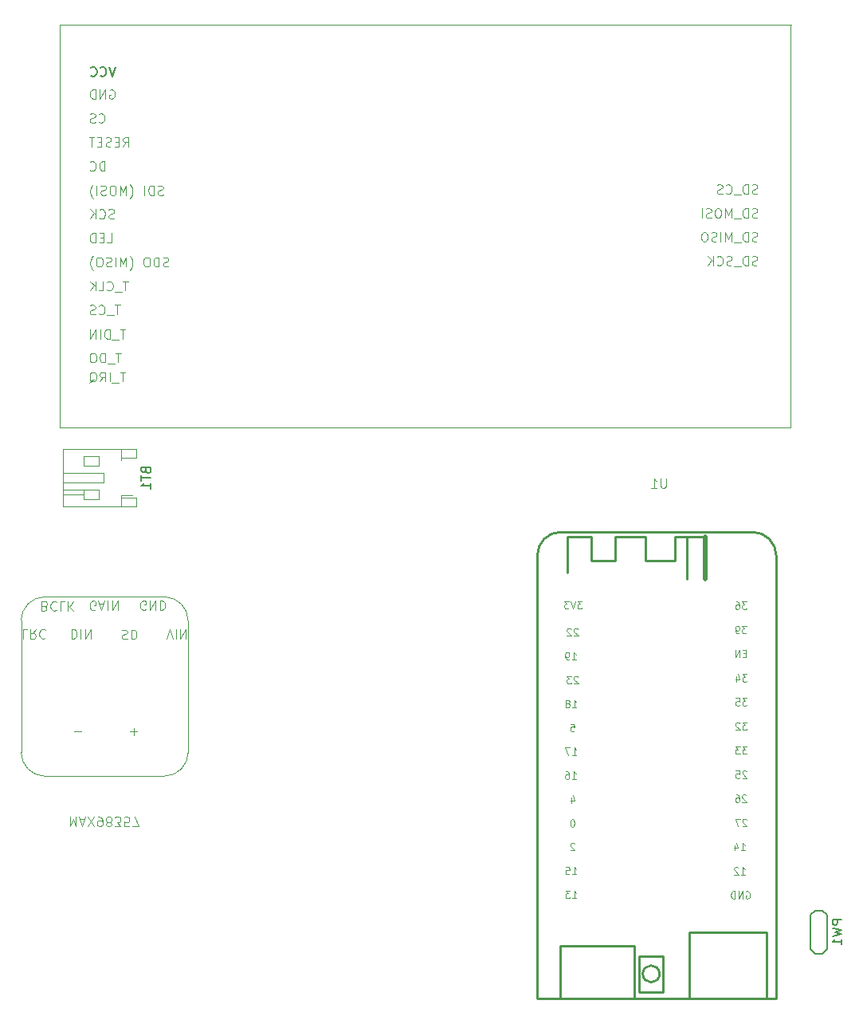
<source format=gbr>
%TF.GenerationSoftware,KiCad,Pcbnew,8.0.3*%
%TF.CreationDate,2024-08-23T11:34:52-06:00*%
%TF.ProjectId,MP3,4d50332e-6b69-4636-9164-5f7063625858,rev?*%
%TF.SameCoordinates,Original*%
%TF.FileFunction,Legend,Bot*%
%TF.FilePolarity,Positive*%
%FSLAX46Y46*%
G04 Gerber Fmt 4.6, Leading zero omitted, Abs format (unit mm)*
G04 Created by KiCad (PCBNEW 8.0.3) date 2024-08-23 11:34:52*
%MOMM*%
%LPD*%
G01*
G04 APERTURE LIST*
%ADD10C,0.100000*%
%ADD11C,0.150000*%
%ADD12C,0.102000*%
%ADD13C,0.050000*%
%ADD14C,0.254000*%
%ADD15C,0.508000*%
%ADD16C,0.120000*%
G04 APERTURE END LIST*
D10*
X116917544Y-74900719D02*
X116346116Y-74900719D01*
X116631830Y-75900719D02*
X116631830Y-74900719D01*
X116250878Y-75995957D02*
X115488973Y-75995957D01*
X114679449Y-75805480D02*
X114727068Y-75853100D01*
X114727068Y-75853100D02*
X114869925Y-75900719D01*
X114869925Y-75900719D02*
X114965163Y-75900719D01*
X114965163Y-75900719D02*
X115108020Y-75853100D01*
X115108020Y-75853100D02*
X115203258Y-75757861D01*
X115203258Y-75757861D02*
X115250877Y-75662623D01*
X115250877Y-75662623D02*
X115298496Y-75472147D01*
X115298496Y-75472147D02*
X115298496Y-75329290D01*
X115298496Y-75329290D02*
X115250877Y-75138814D01*
X115250877Y-75138814D02*
X115203258Y-75043576D01*
X115203258Y-75043576D02*
X115108020Y-74948338D01*
X115108020Y-74948338D02*
X114965163Y-74900719D01*
X114965163Y-74900719D02*
X114869925Y-74900719D01*
X114869925Y-74900719D02*
X114727068Y-74948338D01*
X114727068Y-74948338D02*
X114679449Y-74995957D01*
X114298496Y-75853100D02*
X114155639Y-75900719D01*
X114155639Y-75900719D02*
X113917544Y-75900719D01*
X113917544Y-75900719D02*
X113822306Y-75853100D01*
X113822306Y-75853100D02*
X113774687Y-75805480D01*
X113774687Y-75805480D02*
X113727068Y-75710242D01*
X113727068Y-75710242D02*
X113727068Y-75615004D01*
X113727068Y-75615004D02*
X113774687Y-75519766D01*
X113774687Y-75519766D02*
X113822306Y-75472147D01*
X113822306Y-75472147D02*
X113917544Y-75424528D01*
X113917544Y-75424528D02*
X114108020Y-75376909D01*
X114108020Y-75376909D02*
X114203258Y-75329290D01*
X114203258Y-75329290D02*
X114250877Y-75281671D01*
X114250877Y-75281671D02*
X114298496Y-75186433D01*
X114298496Y-75186433D02*
X114298496Y-75091195D01*
X114298496Y-75091195D02*
X114250877Y-74995957D01*
X114250877Y-74995957D02*
X114203258Y-74948338D01*
X114203258Y-74948338D02*
X114108020Y-74900719D01*
X114108020Y-74900719D02*
X113869925Y-74900719D01*
X113869925Y-74900719D02*
X113727068Y-74948338D01*
X115536592Y-68275719D02*
X116012782Y-68275719D01*
X116012782Y-68275719D02*
X116012782Y-67275719D01*
X115203258Y-67751909D02*
X114869925Y-67751909D01*
X114727068Y-68275719D02*
X115203258Y-68275719D01*
X115203258Y-68275719D02*
X115203258Y-67275719D01*
X115203258Y-67275719D02*
X114727068Y-67275719D01*
X114298496Y-68275719D02*
X114298496Y-67275719D01*
X114298496Y-67275719D02*
X114060401Y-67275719D01*
X114060401Y-67275719D02*
X113917544Y-67323338D01*
X113917544Y-67323338D02*
X113822306Y-67418576D01*
X113822306Y-67418576D02*
X113774687Y-67513814D01*
X113774687Y-67513814D02*
X113727068Y-67704290D01*
X113727068Y-67704290D02*
X113727068Y-67847147D01*
X113727068Y-67847147D02*
X113774687Y-68037623D01*
X113774687Y-68037623D02*
X113822306Y-68132861D01*
X113822306Y-68132861D02*
X113917544Y-68228100D01*
X113917544Y-68228100D02*
X114060401Y-68275719D01*
X114060401Y-68275719D02*
X114298496Y-68275719D01*
X117250878Y-58100719D02*
X117584211Y-57624528D01*
X117822306Y-58100719D02*
X117822306Y-57100719D01*
X117822306Y-57100719D02*
X117441354Y-57100719D01*
X117441354Y-57100719D02*
X117346116Y-57148338D01*
X117346116Y-57148338D02*
X117298497Y-57195957D01*
X117298497Y-57195957D02*
X117250878Y-57291195D01*
X117250878Y-57291195D02*
X117250878Y-57434052D01*
X117250878Y-57434052D02*
X117298497Y-57529290D01*
X117298497Y-57529290D02*
X117346116Y-57576909D01*
X117346116Y-57576909D02*
X117441354Y-57624528D01*
X117441354Y-57624528D02*
X117822306Y-57624528D01*
X116822306Y-57576909D02*
X116488973Y-57576909D01*
X116346116Y-58100719D02*
X116822306Y-58100719D01*
X116822306Y-58100719D02*
X116822306Y-57100719D01*
X116822306Y-57100719D02*
X116346116Y-57100719D01*
X115965163Y-58053100D02*
X115822306Y-58100719D01*
X115822306Y-58100719D02*
X115584211Y-58100719D01*
X115584211Y-58100719D02*
X115488973Y-58053100D01*
X115488973Y-58053100D02*
X115441354Y-58005480D01*
X115441354Y-58005480D02*
X115393735Y-57910242D01*
X115393735Y-57910242D02*
X115393735Y-57815004D01*
X115393735Y-57815004D02*
X115441354Y-57719766D01*
X115441354Y-57719766D02*
X115488973Y-57672147D01*
X115488973Y-57672147D02*
X115584211Y-57624528D01*
X115584211Y-57624528D02*
X115774687Y-57576909D01*
X115774687Y-57576909D02*
X115869925Y-57529290D01*
X115869925Y-57529290D02*
X115917544Y-57481671D01*
X115917544Y-57481671D02*
X115965163Y-57386433D01*
X115965163Y-57386433D02*
X115965163Y-57291195D01*
X115965163Y-57291195D02*
X115917544Y-57195957D01*
X115917544Y-57195957D02*
X115869925Y-57148338D01*
X115869925Y-57148338D02*
X115774687Y-57100719D01*
X115774687Y-57100719D02*
X115536592Y-57100719D01*
X115536592Y-57100719D02*
X115393735Y-57148338D01*
X114965163Y-57576909D02*
X114631830Y-57576909D01*
X114488973Y-58100719D02*
X114965163Y-58100719D01*
X114965163Y-58100719D02*
X114965163Y-57100719D01*
X114965163Y-57100719D02*
X114488973Y-57100719D01*
X114203258Y-57100719D02*
X113631830Y-57100719D01*
X113917544Y-58100719D02*
X113917544Y-57100719D01*
D11*
X116415601Y-49623119D02*
X116082268Y-50623119D01*
X116082268Y-50623119D02*
X115748935Y-49623119D01*
X114844173Y-50527880D02*
X114891792Y-50575500D01*
X114891792Y-50575500D02*
X115034649Y-50623119D01*
X115034649Y-50623119D02*
X115129887Y-50623119D01*
X115129887Y-50623119D02*
X115272744Y-50575500D01*
X115272744Y-50575500D02*
X115367982Y-50480261D01*
X115367982Y-50480261D02*
X115415601Y-50385023D01*
X115415601Y-50385023D02*
X115463220Y-50194547D01*
X115463220Y-50194547D02*
X115463220Y-50051690D01*
X115463220Y-50051690D02*
X115415601Y-49861214D01*
X115415601Y-49861214D02*
X115367982Y-49765976D01*
X115367982Y-49765976D02*
X115272744Y-49670738D01*
X115272744Y-49670738D02*
X115129887Y-49623119D01*
X115129887Y-49623119D02*
X115034649Y-49623119D01*
X115034649Y-49623119D02*
X114891792Y-49670738D01*
X114891792Y-49670738D02*
X114844173Y-49718357D01*
X113844173Y-50527880D02*
X113891792Y-50575500D01*
X113891792Y-50575500D02*
X114034649Y-50623119D01*
X114034649Y-50623119D02*
X114129887Y-50623119D01*
X114129887Y-50623119D02*
X114272744Y-50575500D01*
X114272744Y-50575500D02*
X114367982Y-50480261D01*
X114367982Y-50480261D02*
X114415601Y-50385023D01*
X114415601Y-50385023D02*
X114463220Y-50194547D01*
X114463220Y-50194547D02*
X114463220Y-50051690D01*
X114463220Y-50051690D02*
X114415601Y-49861214D01*
X114415601Y-49861214D02*
X114367982Y-49765976D01*
X114367982Y-49765976D02*
X114272744Y-49670738D01*
X114272744Y-49670738D02*
X114129887Y-49623119D01*
X114129887Y-49623119D02*
X114034649Y-49623119D01*
X114034649Y-49623119D02*
X113891792Y-49670738D01*
X113891792Y-49670738D02*
X113844173Y-49718357D01*
D10*
X116298496Y-65678100D02*
X116155639Y-65725719D01*
X116155639Y-65725719D02*
X115917544Y-65725719D01*
X115917544Y-65725719D02*
X115822306Y-65678100D01*
X115822306Y-65678100D02*
X115774687Y-65630480D01*
X115774687Y-65630480D02*
X115727068Y-65535242D01*
X115727068Y-65535242D02*
X115727068Y-65440004D01*
X115727068Y-65440004D02*
X115774687Y-65344766D01*
X115774687Y-65344766D02*
X115822306Y-65297147D01*
X115822306Y-65297147D02*
X115917544Y-65249528D01*
X115917544Y-65249528D02*
X116108020Y-65201909D01*
X116108020Y-65201909D02*
X116203258Y-65154290D01*
X116203258Y-65154290D02*
X116250877Y-65106671D01*
X116250877Y-65106671D02*
X116298496Y-65011433D01*
X116298496Y-65011433D02*
X116298496Y-64916195D01*
X116298496Y-64916195D02*
X116250877Y-64820957D01*
X116250877Y-64820957D02*
X116203258Y-64773338D01*
X116203258Y-64773338D02*
X116108020Y-64725719D01*
X116108020Y-64725719D02*
X115869925Y-64725719D01*
X115869925Y-64725719D02*
X115727068Y-64773338D01*
X114727068Y-65630480D02*
X114774687Y-65678100D01*
X114774687Y-65678100D02*
X114917544Y-65725719D01*
X114917544Y-65725719D02*
X115012782Y-65725719D01*
X115012782Y-65725719D02*
X115155639Y-65678100D01*
X115155639Y-65678100D02*
X115250877Y-65582861D01*
X115250877Y-65582861D02*
X115298496Y-65487623D01*
X115298496Y-65487623D02*
X115346115Y-65297147D01*
X115346115Y-65297147D02*
X115346115Y-65154290D01*
X115346115Y-65154290D02*
X115298496Y-64963814D01*
X115298496Y-64963814D02*
X115250877Y-64868576D01*
X115250877Y-64868576D02*
X115155639Y-64773338D01*
X115155639Y-64773338D02*
X115012782Y-64725719D01*
X115012782Y-64725719D02*
X114917544Y-64725719D01*
X114917544Y-64725719D02*
X114774687Y-64773338D01*
X114774687Y-64773338D02*
X114727068Y-64820957D01*
X114298496Y-65725719D02*
X114298496Y-64725719D01*
X113727068Y-65725719D02*
X114155639Y-65154290D01*
X113727068Y-64725719D02*
X114298496Y-65297147D01*
X117488972Y-82025719D02*
X116917544Y-82025719D01*
X117203258Y-83025719D02*
X117203258Y-82025719D01*
X116822306Y-83120957D02*
X116060401Y-83120957D01*
X115822305Y-83025719D02*
X115822305Y-82025719D01*
X114774687Y-83025719D02*
X115108020Y-82549528D01*
X115346115Y-83025719D02*
X115346115Y-82025719D01*
X115346115Y-82025719D02*
X114965163Y-82025719D01*
X114965163Y-82025719D02*
X114869925Y-82073338D01*
X114869925Y-82073338D02*
X114822306Y-82120957D01*
X114822306Y-82120957D02*
X114774687Y-82216195D01*
X114774687Y-82216195D02*
X114774687Y-82359052D01*
X114774687Y-82359052D02*
X114822306Y-82454290D01*
X114822306Y-82454290D02*
X114869925Y-82501909D01*
X114869925Y-82501909D02*
X114965163Y-82549528D01*
X114965163Y-82549528D02*
X115346115Y-82549528D01*
X113679449Y-83120957D02*
X113774687Y-83073338D01*
X113774687Y-83073338D02*
X113869925Y-82978100D01*
X113869925Y-82978100D02*
X114012782Y-82835242D01*
X114012782Y-82835242D02*
X114108020Y-82787623D01*
X114108020Y-82787623D02*
X114203258Y-82787623D01*
X114155639Y-83025719D02*
X114250877Y-82978100D01*
X114250877Y-82978100D02*
X114346115Y-82882861D01*
X114346115Y-82882861D02*
X114393734Y-82692385D01*
X114393734Y-82692385D02*
X114393734Y-82359052D01*
X114393734Y-82359052D02*
X114346115Y-82168576D01*
X114346115Y-82168576D02*
X114250877Y-82073338D01*
X114250877Y-82073338D02*
X114155639Y-82025719D01*
X114155639Y-82025719D02*
X113965163Y-82025719D01*
X113965163Y-82025719D02*
X113869925Y-82073338D01*
X113869925Y-82073338D02*
X113774687Y-82168576D01*
X113774687Y-82168576D02*
X113727068Y-82359052D01*
X113727068Y-82359052D02*
X113727068Y-82692385D01*
X113727068Y-82692385D02*
X113774687Y-82882861D01*
X113774687Y-82882861D02*
X113869925Y-82978100D01*
X113869925Y-82978100D02*
X113965163Y-83025719D01*
X113965163Y-83025719D02*
X114155639Y-83025719D01*
X122060401Y-70778100D02*
X121917544Y-70825719D01*
X121917544Y-70825719D02*
X121679449Y-70825719D01*
X121679449Y-70825719D02*
X121584211Y-70778100D01*
X121584211Y-70778100D02*
X121536592Y-70730480D01*
X121536592Y-70730480D02*
X121488973Y-70635242D01*
X121488973Y-70635242D02*
X121488973Y-70540004D01*
X121488973Y-70540004D02*
X121536592Y-70444766D01*
X121536592Y-70444766D02*
X121584211Y-70397147D01*
X121584211Y-70397147D02*
X121679449Y-70349528D01*
X121679449Y-70349528D02*
X121869925Y-70301909D01*
X121869925Y-70301909D02*
X121965163Y-70254290D01*
X121965163Y-70254290D02*
X122012782Y-70206671D01*
X122012782Y-70206671D02*
X122060401Y-70111433D01*
X122060401Y-70111433D02*
X122060401Y-70016195D01*
X122060401Y-70016195D02*
X122012782Y-69920957D01*
X122012782Y-69920957D02*
X121965163Y-69873338D01*
X121965163Y-69873338D02*
X121869925Y-69825719D01*
X121869925Y-69825719D02*
X121631830Y-69825719D01*
X121631830Y-69825719D02*
X121488973Y-69873338D01*
X121060401Y-70825719D02*
X121060401Y-69825719D01*
X121060401Y-69825719D02*
X120822306Y-69825719D01*
X120822306Y-69825719D02*
X120679449Y-69873338D01*
X120679449Y-69873338D02*
X120584211Y-69968576D01*
X120584211Y-69968576D02*
X120536592Y-70063814D01*
X120536592Y-70063814D02*
X120488973Y-70254290D01*
X120488973Y-70254290D02*
X120488973Y-70397147D01*
X120488973Y-70397147D02*
X120536592Y-70587623D01*
X120536592Y-70587623D02*
X120584211Y-70682861D01*
X120584211Y-70682861D02*
X120679449Y-70778100D01*
X120679449Y-70778100D02*
X120822306Y-70825719D01*
X120822306Y-70825719D02*
X121060401Y-70825719D01*
X119869925Y-69825719D02*
X119679449Y-69825719D01*
X119679449Y-69825719D02*
X119584211Y-69873338D01*
X119584211Y-69873338D02*
X119488973Y-69968576D01*
X119488973Y-69968576D02*
X119441354Y-70159052D01*
X119441354Y-70159052D02*
X119441354Y-70492385D01*
X119441354Y-70492385D02*
X119488973Y-70682861D01*
X119488973Y-70682861D02*
X119584211Y-70778100D01*
X119584211Y-70778100D02*
X119679449Y-70825719D01*
X119679449Y-70825719D02*
X119869925Y-70825719D01*
X119869925Y-70825719D02*
X119965163Y-70778100D01*
X119965163Y-70778100D02*
X120060401Y-70682861D01*
X120060401Y-70682861D02*
X120108020Y-70492385D01*
X120108020Y-70492385D02*
X120108020Y-70159052D01*
X120108020Y-70159052D02*
X120060401Y-69968576D01*
X120060401Y-69968576D02*
X119965163Y-69873338D01*
X119965163Y-69873338D02*
X119869925Y-69825719D01*
X117965163Y-71206671D02*
X118012782Y-71159052D01*
X118012782Y-71159052D02*
X118108020Y-71016195D01*
X118108020Y-71016195D02*
X118155639Y-70920957D01*
X118155639Y-70920957D02*
X118203258Y-70778100D01*
X118203258Y-70778100D02*
X118250877Y-70540004D01*
X118250877Y-70540004D02*
X118250877Y-70349528D01*
X118250877Y-70349528D02*
X118203258Y-70111433D01*
X118203258Y-70111433D02*
X118155639Y-69968576D01*
X118155639Y-69968576D02*
X118108020Y-69873338D01*
X118108020Y-69873338D02*
X118012782Y-69730480D01*
X118012782Y-69730480D02*
X117965163Y-69682861D01*
X117584210Y-70825719D02*
X117584210Y-69825719D01*
X117584210Y-69825719D02*
X117250877Y-70540004D01*
X117250877Y-70540004D02*
X116917544Y-69825719D01*
X116917544Y-69825719D02*
X116917544Y-70825719D01*
X116441353Y-70825719D02*
X116441353Y-69825719D01*
X116012782Y-70778100D02*
X115869925Y-70825719D01*
X115869925Y-70825719D02*
X115631830Y-70825719D01*
X115631830Y-70825719D02*
X115536592Y-70778100D01*
X115536592Y-70778100D02*
X115488973Y-70730480D01*
X115488973Y-70730480D02*
X115441354Y-70635242D01*
X115441354Y-70635242D02*
X115441354Y-70540004D01*
X115441354Y-70540004D02*
X115488973Y-70444766D01*
X115488973Y-70444766D02*
X115536592Y-70397147D01*
X115536592Y-70397147D02*
X115631830Y-70349528D01*
X115631830Y-70349528D02*
X115822306Y-70301909D01*
X115822306Y-70301909D02*
X115917544Y-70254290D01*
X115917544Y-70254290D02*
X115965163Y-70206671D01*
X115965163Y-70206671D02*
X116012782Y-70111433D01*
X116012782Y-70111433D02*
X116012782Y-70016195D01*
X116012782Y-70016195D02*
X115965163Y-69920957D01*
X115965163Y-69920957D02*
X115917544Y-69873338D01*
X115917544Y-69873338D02*
X115822306Y-69825719D01*
X115822306Y-69825719D02*
X115584211Y-69825719D01*
X115584211Y-69825719D02*
X115441354Y-69873338D01*
X114822306Y-69825719D02*
X114631830Y-69825719D01*
X114631830Y-69825719D02*
X114536592Y-69873338D01*
X114536592Y-69873338D02*
X114441354Y-69968576D01*
X114441354Y-69968576D02*
X114393735Y-70159052D01*
X114393735Y-70159052D02*
X114393735Y-70492385D01*
X114393735Y-70492385D02*
X114441354Y-70682861D01*
X114441354Y-70682861D02*
X114536592Y-70778100D01*
X114536592Y-70778100D02*
X114631830Y-70825719D01*
X114631830Y-70825719D02*
X114822306Y-70825719D01*
X114822306Y-70825719D02*
X114917544Y-70778100D01*
X114917544Y-70778100D02*
X115012782Y-70682861D01*
X115012782Y-70682861D02*
X115060401Y-70492385D01*
X115060401Y-70492385D02*
X115060401Y-70159052D01*
X115060401Y-70159052D02*
X115012782Y-69968576D01*
X115012782Y-69968576D02*
X114917544Y-69873338D01*
X114917544Y-69873338D02*
X114822306Y-69825719D01*
X114060401Y-71206671D02*
X114012782Y-71159052D01*
X114012782Y-71159052D02*
X113917544Y-71016195D01*
X113917544Y-71016195D02*
X113869925Y-70920957D01*
X113869925Y-70920957D02*
X113822306Y-70778100D01*
X113822306Y-70778100D02*
X113774687Y-70540004D01*
X113774687Y-70540004D02*
X113774687Y-70349528D01*
X113774687Y-70349528D02*
X113822306Y-70111433D01*
X113822306Y-70111433D02*
X113869925Y-69968576D01*
X113869925Y-69968576D02*
X113917544Y-69873338D01*
X113917544Y-69873338D02*
X114012782Y-69730480D01*
X114012782Y-69730480D02*
X114060401Y-69682861D01*
X117012782Y-80000719D02*
X116441354Y-80000719D01*
X116727068Y-81000719D02*
X116727068Y-80000719D01*
X116346116Y-81095957D02*
X115584211Y-81095957D01*
X115346115Y-81000719D02*
X115346115Y-80000719D01*
X115346115Y-80000719D02*
X115108020Y-80000719D01*
X115108020Y-80000719D02*
X114965163Y-80048338D01*
X114965163Y-80048338D02*
X114869925Y-80143576D01*
X114869925Y-80143576D02*
X114822306Y-80238814D01*
X114822306Y-80238814D02*
X114774687Y-80429290D01*
X114774687Y-80429290D02*
X114774687Y-80572147D01*
X114774687Y-80572147D02*
X114822306Y-80762623D01*
X114822306Y-80762623D02*
X114869925Y-80857861D01*
X114869925Y-80857861D02*
X114965163Y-80953100D01*
X114965163Y-80953100D02*
X115108020Y-81000719D01*
X115108020Y-81000719D02*
X115346115Y-81000719D01*
X114155639Y-80000719D02*
X113965163Y-80000719D01*
X113965163Y-80000719D02*
X113869925Y-80048338D01*
X113869925Y-80048338D02*
X113774687Y-80143576D01*
X113774687Y-80143576D02*
X113727068Y-80334052D01*
X113727068Y-80334052D02*
X113727068Y-80667385D01*
X113727068Y-80667385D02*
X113774687Y-80857861D01*
X113774687Y-80857861D02*
X113869925Y-80953100D01*
X113869925Y-80953100D02*
X113965163Y-81000719D01*
X113965163Y-81000719D02*
X114155639Y-81000719D01*
X114155639Y-81000719D02*
X114250877Y-80953100D01*
X114250877Y-80953100D02*
X114346115Y-80857861D01*
X114346115Y-80857861D02*
X114393734Y-80667385D01*
X114393734Y-80667385D02*
X114393734Y-80334052D01*
X114393734Y-80334052D02*
X114346115Y-80143576D01*
X114346115Y-80143576D02*
X114250877Y-80048338D01*
X114250877Y-80048338D02*
X114155639Y-80000719D01*
X115298496Y-60650719D02*
X115298496Y-59650719D01*
X115298496Y-59650719D02*
X115060401Y-59650719D01*
X115060401Y-59650719D02*
X114917544Y-59698338D01*
X114917544Y-59698338D02*
X114822306Y-59793576D01*
X114822306Y-59793576D02*
X114774687Y-59888814D01*
X114774687Y-59888814D02*
X114727068Y-60079290D01*
X114727068Y-60079290D02*
X114727068Y-60222147D01*
X114727068Y-60222147D02*
X114774687Y-60412623D01*
X114774687Y-60412623D02*
X114822306Y-60507861D01*
X114822306Y-60507861D02*
X114917544Y-60603100D01*
X114917544Y-60603100D02*
X115060401Y-60650719D01*
X115060401Y-60650719D02*
X115298496Y-60650719D01*
X113727068Y-60555480D02*
X113774687Y-60603100D01*
X113774687Y-60603100D02*
X113917544Y-60650719D01*
X113917544Y-60650719D02*
X114012782Y-60650719D01*
X114012782Y-60650719D02*
X114155639Y-60603100D01*
X114155639Y-60603100D02*
X114250877Y-60507861D01*
X114250877Y-60507861D02*
X114298496Y-60412623D01*
X114298496Y-60412623D02*
X114346115Y-60222147D01*
X114346115Y-60222147D02*
X114346115Y-60079290D01*
X114346115Y-60079290D02*
X114298496Y-59888814D01*
X114298496Y-59888814D02*
X114250877Y-59793576D01*
X114250877Y-59793576D02*
X114155639Y-59698338D01*
X114155639Y-59698338D02*
X114012782Y-59650719D01*
X114012782Y-59650719D02*
X113917544Y-59650719D01*
X113917544Y-59650719D02*
X113774687Y-59698338D01*
X113774687Y-59698338D02*
X113727068Y-59745957D01*
X184643734Y-68128100D02*
X184500877Y-68175719D01*
X184500877Y-68175719D02*
X184262782Y-68175719D01*
X184262782Y-68175719D02*
X184167544Y-68128100D01*
X184167544Y-68128100D02*
X184119925Y-68080480D01*
X184119925Y-68080480D02*
X184072306Y-67985242D01*
X184072306Y-67985242D02*
X184072306Y-67890004D01*
X184072306Y-67890004D02*
X184119925Y-67794766D01*
X184119925Y-67794766D02*
X184167544Y-67747147D01*
X184167544Y-67747147D02*
X184262782Y-67699528D01*
X184262782Y-67699528D02*
X184453258Y-67651909D01*
X184453258Y-67651909D02*
X184548496Y-67604290D01*
X184548496Y-67604290D02*
X184596115Y-67556671D01*
X184596115Y-67556671D02*
X184643734Y-67461433D01*
X184643734Y-67461433D02*
X184643734Y-67366195D01*
X184643734Y-67366195D02*
X184596115Y-67270957D01*
X184596115Y-67270957D02*
X184548496Y-67223338D01*
X184548496Y-67223338D02*
X184453258Y-67175719D01*
X184453258Y-67175719D02*
X184215163Y-67175719D01*
X184215163Y-67175719D02*
X184072306Y-67223338D01*
X183643734Y-68175719D02*
X183643734Y-67175719D01*
X183643734Y-67175719D02*
X183405639Y-67175719D01*
X183405639Y-67175719D02*
X183262782Y-67223338D01*
X183262782Y-67223338D02*
X183167544Y-67318576D01*
X183167544Y-67318576D02*
X183119925Y-67413814D01*
X183119925Y-67413814D02*
X183072306Y-67604290D01*
X183072306Y-67604290D02*
X183072306Y-67747147D01*
X183072306Y-67747147D02*
X183119925Y-67937623D01*
X183119925Y-67937623D02*
X183167544Y-68032861D01*
X183167544Y-68032861D02*
X183262782Y-68128100D01*
X183262782Y-68128100D02*
X183405639Y-68175719D01*
X183405639Y-68175719D02*
X183643734Y-68175719D01*
X182881830Y-68270957D02*
X182119925Y-68270957D01*
X181881829Y-68175719D02*
X181881829Y-67175719D01*
X181881829Y-67175719D02*
X181548496Y-67890004D01*
X181548496Y-67890004D02*
X181215163Y-67175719D01*
X181215163Y-67175719D02*
X181215163Y-68175719D01*
X180738972Y-68175719D02*
X180738972Y-67175719D01*
X180310401Y-68128100D02*
X180167544Y-68175719D01*
X180167544Y-68175719D02*
X179929449Y-68175719D01*
X179929449Y-68175719D02*
X179834211Y-68128100D01*
X179834211Y-68128100D02*
X179786592Y-68080480D01*
X179786592Y-68080480D02*
X179738973Y-67985242D01*
X179738973Y-67985242D02*
X179738973Y-67890004D01*
X179738973Y-67890004D02*
X179786592Y-67794766D01*
X179786592Y-67794766D02*
X179834211Y-67747147D01*
X179834211Y-67747147D02*
X179929449Y-67699528D01*
X179929449Y-67699528D02*
X180119925Y-67651909D01*
X180119925Y-67651909D02*
X180215163Y-67604290D01*
X180215163Y-67604290D02*
X180262782Y-67556671D01*
X180262782Y-67556671D02*
X180310401Y-67461433D01*
X180310401Y-67461433D02*
X180310401Y-67366195D01*
X180310401Y-67366195D02*
X180262782Y-67270957D01*
X180262782Y-67270957D02*
X180215163Y-67223338D01*
X180215163Y-67223338D02*
X180119925Y-67175719D01*
X180119925Y-67175719D02*
X179881830Y-67175719D01*
X179881830Y-67175719D02*
X179738973Y-67223338D01*
X179119925Y-67175719D02*
X178929449Y-67175719D01*
X178929449Y-67175719D02*
X178834211Y-67223338D01*
X178834211Y-67223338D02*
X178738973Y-67318576D01*
X178738973Y-67318576D02*
X178691354Y-67509052D01*
X178691354Y-67509052D02*
X178691354Y-67842385D01*
X178691354Y-67842385D02*
X178738973Y-68032861D01*
X178738973Y-68032861D02*
X178834211Y-68128100D01*
X178834211Y-68128100D02*
X178929449Y-68175719D01*
X178929449Y-68175719D02*
X179119925Y-68175719D01*
X179119925Y-68175719D02*
X179215163Y-68128100D01*
X179215163Y-68128100D02*
X179310401Y-68032861D01*
X179310401Y-68032861D02*
X179358020Y-67842385D01*
X179358020Y-67842385D02*
X179358020Y-67509052D01*
X179358020Y-67509052D02*
X179310401Y-67318576D01*
X179310401Y-67318576D02*
X179215163Y-67223338D01*
X179215163Y-67223338D02*
X179119925Y-67175719D01*
X184643734Y-65594767D02*
X184500877Y-65642386D01*
X184500877Y-65642386D02*
X184262782Y-65642386D01*
X184262782Y-65642386D02*
X184167544Y-65594767D01*
X184167544Y-65594767D02*
X184119925Y-65547147D01*
X184119925Y-65547147D02*
X184072306Y-65451909D01*
X184072306Y-65451909D02*
X184072306Y-65356671D01*
X184072306Y-65356671D02*
X184119925Y-65261433D01*
X184119925Y-65261433D02*
X184167544Y-65213814D01*
X184167544Y-65213814D02*
X184262782Y-65166195D01*
X184262782Y-65166195D02*
X184453258Y-65118576D01*
X184453258Y-65118576D02*
X184548496Y-65070957D01*
X184548496Y-65070957D02*
X184596115Y-65023338D01*
X184596115Y-65023338D02*
X184643734Y-64928100D01*
X184643734Y-64928100D02*
X184643734Y-64832862D01*
X184643734Y-64832862D02*
X184596115Y-64737624D01*
X184596115Y-64737624D02*
X184548496Y-64690005D01*
X184548496Y-64690005D02*
X184453258Y-64642386D01*
X184453258Y-64642386D02*
X184215163Y-64642386D01*
X184215163Y-64642386D02*
X184072306Y-64690005D01*
X183643734Y-65642386D02*
X183643734Y-64642386D01*
X183643734Y-64642386D02*
X183405639Y-64642386D01*
X183405639Y-64642386D02*
X183262782Y-64690005D01*
X183262782Y-64690005D02*
X183167544Y-64785243D01*
X183167544Y-64785243D02*
X183119925Y-64880481D01*
X183119925Y-64880481D02*
X183072306Y-65070957D01*
X183072306Y-65070957D02*
X183072306Y-65213814D01*
X183072306Y-65213814D02*
X183119925Y-65404290D01*
X183119925Y-65404290D02*
X183167544Y-65499528D01*
X183167544Y-65499528D02*
X183262782Y-65594767D01*
X183262782Y-65594767D02*
X183405639Y-65642386D01*
X183405639Y-65642386D02*
X183643734Y-65642386D01*
X182881830Y-65737624D02*
X182119925Y-65737624D01*
X181881829Y-65642386D02*
X181881829Y-64642386D01*
X181881829Y-64642386D02*
X181548496Y-65356671D01*
X181548496Y-65356671D02*
X181215163Y-64642386D01*
X181215163Y-64642386D02*
X181215163Y-65642386D01*
X180548496Y-64642386D02*
X180358020Y-64642386D01*
X180358020Y-64642386D02*
X180262782Y-64690005D01*
X180262782Y-64690005D02*
X180167544Y-64785243D01*
X180167544Y-64785243D02*
X180119925Y-64975719D01*
X180119925Y-64975719D02*
X180119925Y-65309052D01*
X180119925Y-65309052D02*
X180167544Y-65499528D01*
X180167544Y-65499528D02*
X180262782Y-65594767D01*
X180262782Y-65594767D02*
X180358020Y-65642386D01*
X180358020Y-65642386D02*
X180548496Y-65642386D01*
X180548496Y-65642386D02*
X180643734Y-65594767D01*
X180643734Y-65594767D02*
X180738972Y-65499528D01*
X180738972Y-65499528D02*
X180786591Y-65309052D01*
X180786591Y-65309052D02*
X180786591Y-64975719D01*
X180786591Y-64975719D02*
X180738972Y-64785243D01*
X180738972Y-64785243D02*
X180643734Y-64690005D01*
X180643734Y-64690005D02*
X180548496Y-64642386D01*
X179738972Y-65594767D02*
X179596115Y-65642386D01*
X179596115Y-65642386D02*
X179358020Y-65642386D01*
X179358020Y-65642386D02*
X179262782Y-65594767D01*
X179262782Y-65594767D02*
X179215163Y-65547147D01*
X179215163Y-65547147D02*
X179167544Y-65451909D01*
X179167544Y-65451909D02*
X179167544Y-65356671D01*
X179167544Y-65356671D02*
X179215163Y-65261433D01*
X179215163Y-65261433D02*
X179262782Y-65213814D01*
X179262782Y-65213814D02*
X179358020Y-65166195D01*
X179358020Y-65166195D02*
X179548496Y-65118576D01*
X179548496Y-65118576D02*
X179643734Y-65070957D01*
X179643734Y-65070957D02*
X179691353Y-65023338D01*
X179691353Y-65023338D02*
X179738972Y-64928100D01*
X179738972Y-64928100D02*
X179738972Y-64832862D01*
X179738972Y-64832862D02*
X179691353Y-64737624D01*
X179691353Y-64737624D02*
X179643734Y-64690005D01*
X179643734Y-64690005D02*
X179548496Y-64642386D01*
X179548496Y-64642386D02*
X179310401Y-64642386D01*
X179310401Y-64642386D02*
X179167544Y-64690005D01*
X178738972Y-65642386D02*
X178738972Y-64642386D01*
X117774687Y-72375719D02*
X117203259Y-72375719D01*
X117488973Y-73375719D02*
X117488973Y-72375719D01*
X117108021Y-73470957D02*
X116346116Y-73470957D01*
X115536592Y-73280480D02*
X115584211Y-73328100D01*
X115584211Y-73328100D02*
X115727068Y-73375719D01*
X115727068Y-73375719D02*
X115822306Y-73375719D01*
X115822306Y-73375719D02*
X115965163Y-73328100D01*
X115965163Y-73328100D02*
X116060401Y-73232861D01*
X116060401Y-73232861D02*
X116108020Y-73137623D01*
X116108020Y-73137623D02*
X116155639Y-72947147D01*
X116155639Y-72947147D02*
X116155639Y-72804290D01*
X116155639Y-72804290D02*
X116108020Y-72613814D01*
X116108020Y-72613814D02*
X116060401Y-72518576D01*
X116060401Y-72518576D02*
X115965163Y-72423338D01*
X115965163Y-72423338D02*
X115822306Y-72375719D01*
X115822306Y-72375719D02*
X115727068Y-72375719D01*
X115727068Y-72375719D02*
X115584211Y-72423338D01*
X115584211Y-72423338D02*
X115536592Y-72470957D01*
X114631830Y-73375719D02*
X115108020Y-73375719D01*
X115108020Y-73375719D02*
X115108020Y-72375719D01*
X114298496Y-73375719D02*
X114298496Y-72375719D01*
X113727068Y-73375719D02*
X114155639Y-72804290D01*
X113727068Y-72375719D02*
X114298496Y-72947147D01*
X121488972Y-63178100D02*
X121346115Y-63225719D01*
X121346115Y-63225719D02*
X121108020Y-63225719D01*
X121108020Y-63225719D02*
X121012782Y-63178100D01*
X121012782Y-63178100D02*
X120965163Y-63130480D01*
X120965163Y-63130480D02*
X120917544Y-63035242D01*
X120917544Y-63035242D02*
X120917544Y-62940004D01*
X120917544Y-62940004D02*
X120965163Y-62844766D01*
X120965163Y-62844766D02*
X121012782Y-62797147D01*
X121012782Y-62797147D02*
X121108020Y-62749528D01*
X121108020Y-62749528D02*
X121298496Y-62701909D01*
X121298496Y-62701909D02*
X121393734Y-62654290D01*
X121393734Y-62654290D02*
X121441353Y-62606671D01*
X121441353Y-62606671D02*
X121488972Y-62511433D01*
X121488972Y-62511433D02*
X121488972Y-62416195D01*
X121488972Y-62416195D02*
X121441353Y-62320957D01*
X121441353Y-62320957D02*
X121393734Y-62273338D01*
X121393734Y-62273338D02*
X121298496Y-62225719D01*
X121298496Y-62225719D02*
X121060401Y-62225719D01*
X121060401Y-62225719D02*
X120917544Y-62273338D01*
X120488972Y-63225719D02*
X120488972Y-62225719D01*
X120488972Y-62225719D02*
X120250877Y-62225719D01*
X120250877Y-62225719D02*
X120108020Y-62273338D01*
X120108020Y-62273338D02*
X120012782Y-62368576D01*
X120012782Y-62368576D02*
X119965163Y-62463814D01*
X119965163Y-62463814D02*
X119917544Y-62654290D01*
X119917544Y-62654290D02*
X119917544Y-62797147D01*
X119917544Y-62797147D02*
X119965163Y-62987623D01*
X119965163Y-62987623D02*
X120012782Y-63082861D01*
X120012782Y-63082861D02*
X120108020Y-63178100D01*
X120108020Y-63178100D02*
X120250877Y-63225719D01*
X120250877Y-63225719D02*
X120488972Y-63225719D01*
X119488972Y-63225719D02*
X119488972Y-62225719D01*
X117965163Y-63606671D02*
X118012782Y-63559052D01*
X118012782Y-63559052D02*
X118108020Y-63416195D01*
X118108020Y-63416195D02*
X118155639Y-63320957D01*
X118155639Y-63320957D02*
X118203258Y-63178100D01*
X118203258Y-63178100D02*
X118250877Y-62940004D01*
X118250877Y-62940004D02*
X118250877Y-62749528D01*
X118250877Y-62749528D02*
X118203258Y-62511433D01*
X118203258Y-62511433D02*
X118155639Y-62368576D01*
X118155639Y-62368576D02*
X118108020Y-62273338D01*
X118108020Y-62273338D02*
X118012782Y-62130480D01*
X118012782Y-62130480D02*
X117965163Y-62082861D01*
X117584210Y-63225719D02*
X117584210Y-62225719D01*
X117584210Y-62225719D02*
X117250877Y-62940004D01*
X117250877Y-62940004D02*
X116917544Y-62225719D01*
X116917544Y-62225719D02*
X116917544Y-63225719D01*
X116250877Y-62225719D02*
X116060401Y-62225719D01*
X116060401Y-62225719D02*
X115965163Y-62273338D01*
X115965163Y-62273338D02*
X115869925Y-62368576D01*
X115869925Y-62368576D02*
X115822306Y-62559052D01*
X115822306Y-62559052D02*
X115822306Y-62892385D01*
X115822306Y-62892385D02*
X115869925Y-63082861D01*
X115869925Y-63082861D02*
X115965163Y-63178100D01*
X115965163Y-63178100D02*
X116060401Y-63225719D01*
X116060401Y-63225719D02*
X116250877Y-63225719D01*
X116250877Y-63225719D02*
X116346115Y-63178100D01*
X116346115Y-63178100D02*
X116441353Y-63082861D01*
X116441353Y-63082861D02*
X116488972Y-62892385D01*
X116488972Y-62892385D02*
X116488972Y-62559052D01*
X116488972Y-62559052D02*
X116441353Y-62368576D01*
X116441353Y-62368576D02*
X116346115Y-62273338D01*
X116346115Y-62273338D02*
X116250877Y-62225719D01*
X115441353Y-63178100D02*
X115298496Y-63225719D01*
X115298496Y-63225719D02*
X115060401Y-63225719D01*
X115060401Y-63225719D02*
X114965163Y-63178100D01*
X114965163Y-63178100D02*
X114917544Y-63130480D01*
X114917544Y-63130480D02*
X114869925Y-63035242D01*
X114869925Y-63035242D02*
X114869925Y-62940004D01*
X114869925Y-62940004D02*
X114917544Y-62844766D01*
X114917544Y-62844766D02*
X114965163Y-62797147D01*
X114965163Y-62797147D02*
X115060401Y-62749528D01*
X115060401Y-62749528D02*
X115250877Y-62701909D01*
X115250877Y-62701909D02*
X115346115Y-62654290D01*
X115346115Y-62654290D02*
X115393734Y-62606671D01*
X115393734Y-62606671D02*
X115441353Y-62511433D01*
X115441353Y-62511433D02*
X115441353Y-62416195D01*
X115441353Y-62416195D02*
X115393734Y-62320957D01*
X115393734Y-62320957D02*
X115346115Y-62273338D01*
X115346115Y-62273338D02*
X115250877Y-62225719D01*
X115250877Y-62225719D02*
X115012782Y-62225719D01*
X115012782Y-62225719D02*
X114869925Y-62273338D01*
X114441353Y-63225719D02*
X114441353Y-62225719D01*
X114060401Y-63606671D02*
X114012782Y-63559052D01*
X114012782Y-63559052D02*
X113917544Y-63416195D01*
X113917544Y-63416195D02*
X113869925Y-63320957D01*
X113869925Y-63320957D02*
X113822306Y-63178100D01*
X113822306Y-63178100D02*
X113774687Y-62940004D01*
X113774687Y-62940004D02*
X113774687Y-62749528D01*
X113774687Y-62749528D02*
X113822306Y-62511433D01*
X113822306Y-62511433D02*
X113869925Y-62368576D01*
X113869925Y-62368576D02*
X113917544Y-62273338D01*
X113917544Y-62273338D02*
X114012782Y-62130480D01*
X114012782Y-62130480D02*
X114060401Y-62082861D01*
X114679449Y-55455480D02*
X114727068Y-55503100D01*
X114727068Y-55503100D02*
X114869925Y-55550719D01*
X114869925Y-55550719D02*
X114965163Y-55550719D01*
X114965163Y-55550719D02*
X115108020Y-55503100D01*
X115108020Y-55503100D02*
X115203258Y-55407861D01*
X115203258Y-55407861D02*
X115250877Y-55312623D01*
X115250877Y-55312623D02*
X115298496Y-55122147D01*
X115298496Y-55122147D02*
X115298496Y-54979290D01*
X115298496Y-54979290D02*
X115250877Y-54788814D01*
X115250877Y-54788814D02*
X115203258Y-54693576D01*
X115203258Y-54693576D02*
X115108020Y-54598338D01*
X115108020Y-54598338D02*
X114965163Y-54550719D01*
X114965163Y-54550719D02*
X114869925Y-54550719D01*
X114869925Y-54550719D02*
X114727068Y-54598338D01*
X114727068Y-54598338D02*
X114679449Y-54645957D01*
X114298496Y-55503100D02*
X114155639Y-55550719D01*
X114155639Y-55550719D02*
X113917544Y-55550719D01*
X113917544Y-55550719D02*
X113822306Y-55503100D01*
X113822306Y-55503100D02*
X113774687Y-55455480D01*
X113774687Y-55455480D02*
X113727068Y-55360242D01*
X113727068Y-55360242D02*
X113727068Y-55265004D01*
X113727068Y-55265004D02*
X113774687Y-55169766D01*
X113774687Y-55169766D02*
X113822306Y-55122147D01*
X113822306Y-55122147D02*
X113917544Y-55074528D01*
X113917544Y-55074528D02*
X114108020Y-55026909D01*
X114108020Y-55026909D02*
X114203258Y-54979290D01*
X114203258Y-54979290D02*
X114250877Y-54931671D01*
X114250877Y-54931671D02*
X114298496Y-54836433D01*
X114298496Y-54836433D02*
X114298496Y-54741195D01*
X114298496Y-54741195D02*
X114250877Y-54645957D01*
X114250877Y-54645957D02*
X114203258Y-54598338D01*
X114203258Y-54598338D02*
X114108020Y-54550719D01*
X114108020Y-54550719D02*
X113869925Y-54550719D01*
X113869925Y-54550719D02*
X113727068Y-54598338D01*
X117488972Y-77475719D02*
X116917544Y-77475719D01*
X117203258Y-78475719D02*
X117203258Y-77475719D01*
X116822306Y-78570957D02*
X116060401Y-78570957D01*
X115822305Y-78475719D02*
X115822305Y-77475719D01*
X115822305Y-77475719D02*
X115584210Y-77475719D01*
X115584210Y-77475719D02*
X115441353Y-77523338D01*
X115441353Y-77523338D02*
X115346115Y-77618576D01*
X115346115Y-77618576D02*
X115298496Y-77713814D01*
X115298496Y-77713814D02*
X115250877Y-77904290D01*
X115250877Y-77904290D02*
X115250877Y-78047147D01*
X115250877Y-78047147D02*
X115298496Y-78237623D01*
X115298496Y-78237623D02*
X115346115Y-78332861D01*
X115346115Y-78332861D02*
X115441353Y-78428100D01*
X115441353Y-78428100D02*
X115584210Y-78475719D01*
X115584210Y-78475719D02*
X115822305Y-78475719D01*
X114822305Y-78475719D02*
X114822305Y-77475719D01*
X114346115Y-78475719D02*
X114346115Y-77475719D01*
X114346115Y-77475719D02*
X113774687Y-78475719D01*
X113774687Y-78475719D02*
X113774687Y-77475719D01*
X184643734Y-70661434D02*
X184500877Y-70709053D01*
X184500877Y-70709053D02*
X184262782Y-70709053D01*
X184262782Y-70709053D02*
X184167544Y-70661434D01*
X184167544Y-70661434D02*
X184119925Y-70613814D01*
X184119925Y-70613814D02*
X184072306Y-70518576D01*
X184072306Y-70518576D02*
X184072306Y-70423338D01*
X184072306Y-70423338D02*
X184119925Y-70328100D01*
X184119925Y-70328100D02*
X184167544Y-70280481D01*
X184167544Y-70280481D02*
X184262782Y-70232862D01*
X184262782Y-70232862D02*
X184453258Y-70185243D01*
X184453258Y-70185243D02*
X184548496Y-70137624D01*
X184548496Y-70137624D02*
X184596115Y-70090005D01*
X184596115Y-70090005D02*
X184643734Y-69994767D01*
X184643734Y-69994767D02*
X184643734Y-69899529D01*
X184643734Y-69899529D02*
X184596115Y-69804291D01*
X184596115Y-69804291D02*
X184548496Y-69756672D01*
X184548496Y-69756672D02*
X184453258Y-69709053D01*
X184453258Y-69709053D02*
X184215163Y-69709053D01*
X184215163Y-69709053D02*
X184072306Y-69756672D01*
X183643734Y-70709053D02*
X183643734Y-69709053D01*
X183643734Y-69709053D02*
X183405639Y-69709053D01*
X183405639Y-69709053D02*
X183262782Y-69756672D01*
X183262782Y-69756672D02*
X183167544Y-69851910D01*
X183167544Y-69851910D02*
X183119925Y-69947148D01*
X183119925Y-69947148D02*
X183072306Y-70137624D01*
X183072306Y-70137624D02*
X183072306Y-70280481D01*
X183072306Y-70280481D02*
X183119925Y-70470957D01*
X183119925Y-70470957D02*
X183167544Y-70566195D01*
X183167544Y-70566195D02*
X183262782Y-70661434D01*
X183262782Y-70661434D02*
X183405639Y-70709053D01*
X183405639Y-70709053D02*
X183643734Y-70709053D01*
X182881830Y-70804291D02*
X182119925Y-70804291D01*
X181929448Y-70661434D02*
X181786591Y-70709053D01*
X181786591Y-70709053D02*
X181548496Y-70709053D01*
X181548496Y-70709053D02*
X181453258Y-70661434D01*
X181453258Y-70661434D02*
X181405639Y-70613814D01*
X181405639Y-70613814D02*
X181358020Y-70518576D01*
X181358020Y-70518576D02*
X181358020Y-70423338D01*
X181358020Y-70423338D02*
X181405639Y-70328100D01*
X181405639Y-70328100D02*
X181453258Y-70280481D01*
X181453258Y-70280481D02*
X181548496Y-70232862D01*
X181548496Y-70232862D02*
X181738972Y-70185243D01*
X181738972Y-70185243D02*
X181834210Y-70137624D01*
X181834210Y-70137624D02*
X181881829Y-70090005D01*
X181881829Y-70090005D02*
X181929448Y-69994767D01*
X181929448Y-69994767D02*
X181929448Y-69899529D01*
X181929448Y-69899529D02*
X181881829Y-69804291D01*
X181881829Y-69804291D02*
X181834210Y-69756672D01*
X181834210Y-69756672D02*
X181738972Y-69709053D01*
X181738972Y-69709053D02*
X181500877Y-69709053D01*
X181500877Y-69709053D02*
X181358020Y-69756672D01*
X180358020Y-70613814D02*
X180405639Y-70661434D01*
X180405639Y-70661434D02*
X180548496Y-70709053D01*
X180548496Y-70709053D02*
X180643734Y-70709053D01*
X180643734Y-70709053D02*
X180786591Y-70661434D01*
X180786591Y-70661434D02*
X180881829Y-70566195D01*
X180881829Y-70566195D02*
X180929448Y-70470957D01*
X180929448Y-70470957D02*
X180977067Y-70280481D01*
X180977067Y-70280481D02*
X180977067Y-70137624D01*
X180977067Y-70137624D02*
X180929448Y-69947148D01*
X180929448Y-69947148D02*
X180881829Y-69851910D01*
X180881829Y-69851910D02*
X180786591Y-69756672D01*
X180786591Y-69756672D02*
X180643734Y-69709053D01*
X180643734Y-69709053D02*
X180548496Y-69709053D01*
X180548496Y-69709053D02*
X180405639Y-69756672D01*
X180405639Y-69756672D02*
X180358020Y-69804291D01*
X179929448Y-70709053D02*
X179929448Y-69709053D01*
X179358020Y-70709053D02*
X179786591Y-70137624D01*
X179358020Y-69709053D02*
X179929448Y-70280481D01*
X184643734Y-63061434D02*
X184500877Y-63109053D01*
X184500877Y-63109053D02*
X184262782Y-63109053D01*
X184262782Y-63109053D02*
X184167544Y-63061434D01*
X184167544Y-63061434D02*
X184119925Y-63013814D01*
X184119925Y-63013814D02*
X184072306Y-62918576D01*
X184072306Y-62918576D02*
X184072306Y-62823338D01*
X184072306Y-62823338D02*
X184119925Y-62728100D01*
X184119925Y-62728100D02*
X184167544Y-62680481D01*
X184167544Y-62680481D02*
X184262782Y-62632862D01*
X184262782Y-62632862D02*
X184453258Y-62585243D01*
X184453258Y-62585243D02*
X184548496Y-62537624D01*
X184548496Y-62537624D02*
X184596115Y-62490005D01*
X184596115Y-62490005D02*
X184643734Y-62394767D01*
X184643734Y-62394767D02*
X184643734Y-62299529D01*
X184643734Y-62299529D02*
X184596115Y-62204291D01*
X184596115Y-62204291D02*
X184548496Y-62156672D01*
X184548496Y-62156672D02*
X184453258Y-62109053D01*
X184453258Y-62109053D02*
X184215163Y-62109053D01*
X184215163Y-62109053D02*
X184072306Y-62156672D01*
X183643734Y-63109053D02*
X183643734Y-62109053D01*
X183643734Y-62109053D02*
X183405639Y-62109053D01*
X183405639Y-62109053D02*
X183262782Y-62156672D01*
X183262782Y-62156672D02*
X183167544Y-62251910D01*
X183167544Y-62251910D02*
X183119925Y-62347148D01*
X183119925Y-62347148D02*
X183072306Y-62537624D01*
X183072306Y-62537624D02*
X183072306Y-62680481D01*
X183072306Y-62680481D02*
X183119925Y-62870957D01*
X183119925Y-62870957D02*
X183167544Y-62966195D01*
X183167544Y-62966195D02*
X183262782Y-63061434D01*
X183262782Y-63061434D02*
X183405639Y-63109053D01*
X183405639Y-63109053D02*
X183643734Y-63109053D01*
X182881830Y-63204291D02*
X182119925Y-63204291D01*
X181310401Y-63013814D02*
X181358020Y-63061434D01*
X181358020Y-63061434D02*
X181500877Y-63109053D01*
X181500877Y-63109053D02*
X181596115Y-63109053D01*
X181596115Y-63109053D02*
X181738972Y-63061434D01*
X181738972Y-63061434D02*
X181834210Y-62966195D01*
X181834210Y-62966195D02*
X181881829Y-62870957D01*
X181881829Y-62870957D02*
X181929448Y-62680481D01*
X181929448Y-62680481D02*
X181929448Y-62537624D01*
X181929448Y-62537624D02*
X181881829Y-62347148D01*
X181881829Y-62347148D02*
X181834210Y-62251910D01*
X181834210Y-62251910D02*
X181738972Y-62156672D01*
X181738972Y-62156672D02*
X181596115Y-62109053D01*
X181596115Y-62109053D02*
X181500877Y-62109053D01*
X181500877Y-62109053D02*
X181358020Y-62156672D01*
X181358020Y-62156672D02*
X181310401Y-62204291D01*
X180929448Y-63061434D02*
X180786591Y-63109053D01*
X180786591Y-63109053D02*
X180548496Y-63109053D01*
X180548496Y-63109053D02*
X180453258Y-63061434D01*
X180453258Y-63061434D02*
X180405639Y-63013814D01*
X180405639Y-63013814D02*
X180358020Y-62918576D01*
X180358020Y-62918576D02*
X180358020Y-62823338D01*
X180358020Y-62823338D02*
X180405639Y-62728100D01*
X180405639Y-62728100D02*
X180453258Y-62680481D01*
X180453258Y-62680481D02*
X180548496Y-62632862D01*
X180548496Y-62632862D02*
X180738972Y-62585243D01*
X180738972Y-62585243D02*
X180834210Y-62537624D01*
X180834210Y-62537624D02*
X180881829Y-62490005D01*
X180881829Y-62490005D02*
X180929448Y-62394767D01*
X180929448Y-62394767D02*
X180929448Y-62299529D01*
X180929448Y-62299529D02*
X180881829Y-62204291D01*
X180881829Y-62204291D02*
X180834210Y-62156672D01*
X180834210Y-62156672D02*
X180738972Y-62109053D01*
X180738972Y-62109053D02*
X180500877Y-62109053D01*
X180500877Y-62109053D02*
X180358020Y-62156672D01*
X115822306Y-52048338D02*
X115917544Y-52000719D01*
X115917544Y-52000719D02*
X116060401Y-52000719D01*
X116060401Y-52000719D02*
X116203258Y-52048338D01*
X116203258Y-52048338D02*
X116298496Y-52143576D01*
X116298496Y-52143576D02*
X116346115Y-52238814D01*
X116346115Y-52238814D02*
X116393734Y-52429290D01*
X116393734Y-52429290D02*
X116393734Y-52572147D01*
X116393734Y-52572147D02*
X116346115Y-52762623D01*
X116346115Y-52762623D02*
X116298496Y-52857861D01*
X116298496Y-52857861D02*
X116203258Y-52953100D01*
X116203258Y-52953100D02*
X116060401Y-53000719D01*
X116060401Y-53000719D02*
X115965163Y-53000719D01*
X115965163Y-53000719D02*
X115822306Y-52953100D01*
X115822306Y-52953100D02*
X115774687Y-52905480D01*
X115774687Y-52905480D02*
X115774687Y-52572147D01*
X115774687Y-52572147D02*
X115965163Y-52572147D01*
X115346115Y-53000719D02*
X115346115Y-52000719D01*
X115346115Y-52000719D02*
X114774687Y-53000719D01*
X114774687Y-53000719D02*
X114774687Y-52000719D01*
X114298496Y-53000719D02*
X114298496Y-52000719D01*
X114298496Y-52000719D02*
X114060401Y-52000719D01*
X114060401Y-52000719D02*
X113917544Y-52048338D01*
X113917544Y-52048338D02*
X113822306Y-52143576D01*
X113822306Y-52143576D02*
X113774687Y-52238814D01*
X113774687Y-52238814D02*
X113727068Y-52429290D01*
X113727068Y-52429290D02*
X113727068Y-52572147D01*
X113727068Y-52572147D02*
X113774687Y-52762623D01*
X113774687Y-52762623D02*
X113822306Y-52857861D01*
X113822306Y-52857861D02*
X113917544Y-52953100D01*
X113917544Y-52953100D02*
X114060401Y-53000719D01*
X114060401Y-53000719D02*
X114298496Y-53000719D01*
X174931904Y-93310719D02*
X174931904Y-94120242D01*
X174931904Y-94120242D02*
X174884285Y-94215480D01*
X174884285Y-94215480D02*
X174836666Y-94263100D01*
X174836666Y-94263100D02*
X174741428Y-94310719D01*
X174741428Y-94310719D02*
X174550952Y-94310719D01*
X174550952Y-94310719D02*
X174455714Y-94263100D01*
X174455714Y-94263100D02*
X174408095Y-94215480D01*
X174408095Y-94215480D02*
X174360476Y-94120242D01*
X174360476Y-94120242D02*
X174360476Y-93310719D01*
X173360476Y-94310719D02*
X173931904Y-94310719D01*
X173646190Y-94310719D02*
X173646190Y-93310719D01*
X173646190Y-93310719D02*
X173741428Y-93453576D01*
X173741428Y-93453576D02*
X173836666Y-93548814D01*
X173836666Y-93548814D02*
X173931904Y-93596433D01*
D12*
X165991037Y-106344091D02*
X165519323Y-106344091D01*
X165519323Y-106344091D02*
X165773323Y-106648853D01*
X165773323Y-106648853D02*
X165664466Y-106648853D01*
X165664466Y-106648853D02*
X165591895Y-106686948D01*
X165591895Y-106686948D02*
X165555609Y-106725043D01*
X165555609Y-106725043D02*
X165519323Y-106801234D01*
X165519323Y-106801234D02*
X165519323Y-106991710D01*
X165519323Y-106991710D02*
X165555609Y-107067900D01*
X165555609Y-107067900D02*
X165591895Y-107105996D01*
X165591895Y-107105996D02*
X165664466Y-107144091D01*
X165664466Y-107144091D02*
X165882180Y-107144091D01*
X165882180Y-107144091D02*
X165954752Y-107105996D01*
X165954752Y-107105996D02*
X165991037Y-107067900D01*
X165301609Y-106344091D02*
X165047609Y-107144091D01*
X165047609Y-107144091D02*
X164793609Y-106344091D01*
X164612180Y-106344091D02*
X164140466Y-106344091D01*
X164140466Y-106344091D02*
X164394466Y-106648853D01*
X164394466Y-106648853D02*
X164285609Y-106648853D01*
X164285609Y-106648853D02*
X164213038Y-106686948D01*
X164213038Y-106686948D02*
X164176752Y-106725043D01*
X164176752Y-106725043D02*
X164140466Y-106801234D01*
X164140466Y-106801234D02*
X164140466Y-106991710D01*
X164140466Y-106991710D02*
X164176752Y-107067900D01*
X164176752Y-107067900D02*
X164213038Y-107105996D01*
X164213038Y-107105996D02*
X164285609Y-107144091D01*
X164285609Y-107144091D02*
X164503323Y-107144091D01*
X164503323Y-107144091D02*
X164575895Y-107105996D01*
X164575895Y-107105996D02*
X164612180Y-107067900D01*
X183496037Y-106398091D02*
X183024323Y-106398091D01*
X183024323Y-106398091D02*
X183278323Y-106702853D01*
X183278323Y-106702853D02*
X183169466Y-106702853D01*
X183169466Y-106702853D02*
X183096895Y-106740948D01*
X183096895Y-106740948D02*
X183060609Y-106779043D01*
X183060609Y-106779043D02*
X183024323Y-106855234D01*
X183024323Y-106855234D02*
X183024323Y-107045710D01*
X183024323Y-107045710D02*
X183060609Y-107121900D01*
X183060609Y-107121900D02*
X183096895Y-107159996D01*
X183096895Y-107159996D02*
X183169466Y-107198091D01*
X183169466Y-107198091D02*
X183387180Y-107198091D01*
X183387180Y-107198091D02*
X183459752Y-107159996D01*
X183459752Y-107159996D02*
X183496037Y-107121900D01*
X182371181Y-106398091D02*
X182516323Y-106398091D01*
X182516323Y-106398091D02*
X182588895Y-106436186D01*
X182588895Y-106436186D02*
X182625181Y-106474281D01*
X182625181Y-106474281D02*
X182697752Y-106588567D01*
X182697752Y-106588567D02*
X182734038Y-106740948D01*
X182734038Y-106740948D02*
X182734038Y-107045710D01*
X182734038Y-107045710D02*
X182697752Y-107121900D01*
X182697752Y-107121900D02*
X182661466Y-107159996D01*
X182661466Y-107159996D02*
X182588895Y-107198091D01*
X182588895Y-107198091D02*
X182443752Y-107198091D01*
X182443752Y-107198091D02*
X182371181Y-107159996D01*
X182371181Y-107159996D02*
X182334895Y-107121900D01*
X182334895Y-107121900D02*
X182298609Y-107045710D01*
X182298609Y-107045710D02*
X182298609Y-106855234D01*
X182298609Y-106855234D02*
X182334895Y-106779043D01*
X182334895Y-106779043D02*
X182371181Y-106740948D01*
X182371181Y-106740948D02*
X182443752Y-106702853D01*
X182443752Y-106702853D02*
X182588895Y-106702853D01*
X182588895Y-106702853D02*
X182661466Y-106740948D01*
X182661466Y-106740948D02*
X182697752Y-106779043D01*
X182697752Y-106779043D02*
X182734038Y-106855234D01*
X165563752Y-109305281D02*
X165527466Y-109267186D01*
X165527466Y-109267186D02*
X165454895Y-109229091D01*
X165454895Y-109229091D02*
X165273466Y-109229091D01*
X165273466Y-109229091D02*
X165200895Y-109267186D01*
X165200895Y-109267186D02*
X165164609Y-109305281D01*
X165164609Y-109305281D02*
X165128323Y-109381472D01*
X165128323Y-109381472D02*
X165128323Y-109457662D01*
X165128323Y-109457662D02*
X165164609Y-109571948D01*
X165164609Y-109571948D02*
X165600037Y-110029091D01*
X165600037Y-110029091D02*
X165128323Y-110029091D01*
X164838038Y-109305281D02*
X164801752Y-109267186D01*
X164801752Y-109267186D02*
X164729181Y-109229091D01*
X164729181Y-109229091D02*
X164547752Y-109229091D01*
X164547752Y-109229091D02*
X164475181Y-109267186D01*
X164475181Y-109267186D02*
X164438895Y-109305281D01*
X164438895Y-109305281D02*
X164402609Y-109381472D01*
X164402609Y-109381472D02*
X164402609Y-109457662D01*
X164402609Y-109457662D02*
X164438895Y-109571948D01*
X164438895Y-109571948D02*
X164874323Y-110029091D01*
X164874323Y-110029091D02*
X164402609Y-110029091D01*
X183423466Y-111901043D02*
X183169466Y-111901043D01*
X183060609Y-112320091D02*
X183423466Y-112320091D01*
X183423466Y-112320091D02*
X183423466Y-111520091D01*
X183423466Y-111520091D02*
X183060609Y-111520091D01*
X182734037Y-112320091D02*
X182734037Y-111520091D01*
X182734037Y-111520091D02*
X182298608Y-112320091D01*
X182298608Y-112320091D02*
X182298608Y-111520091D01*
X164861895Y-127217757D02*
X164861895Y-127751091D01*
X165043323Y-126912996D02*
X165224752Y-127484424D01*
X165224752Y-127484424D02*
X164753037Y-127484424D01*
X164972323Y-117624091D02*
X165407752Y-117624091D01*
X165190037Y-117624091D02*
X165190037Y-116824091D01*
X165190037Y-116824091D02*
X165262609Y-116938376D01*
X165262609Y-116938376D02*
X165335180Y-117014567D01*
X165335180Y-117014567D02*
X165407752Y-117052662D01*
X164536895Y-117166948D02*
X164609466Y-117128853D01*
X164609466Y-117128853D02*
X164645752Y-117090757D01*
X164645752Y-117090757D02*
X164682038Y-117014567D01*
X164682038Y-117014567D02*
X164682038Y-116976472D01*
X164682038Y-116976472D02*
X164645752Y-116900281D01*
X164645752Y-116900281D02*
X164609466Y-116862186D01*
X164609466Y-116862186D02*
X164536895Y-116824091D01*
X164536895Y-116824091D02*
X164391752Y-116824091D01*
X164391752Y-116824091D02*
X164319181Y-116862186D01*
X164319181Y-116862186D02*
X164282895Y-116900281D01*
X164282895Y-116900281D02*
X164246609Y-116976472D01*
X164246609Y-116976472D02*
X164246609Y-117014567D01*
X164246609Y-117014567D02*
X164282895Y-117090757D01*
X164282895Y-117090757D02*
X164319181Y-117128853D01*
X164319181Y-117128853D02*
X164391752Y-117166948D01*
X164391752Y-117166948D02*
X164536895Y-117166948D01*
X164536895Y-117166948D02*
X164609466Y-117205043D01*
X164609466Y-117205043D02*
X164645752Y-117243138D01*
X164645752Y-117243138D02*
X164682038Y-117319329D01*
X164682038Y-117319329D02*
X164682038Y-117471710D01*
X164682038Y-117471710D02*
X164645752Y-117547900D01*
X164645752Y-117547900D02*
X164609466Y-117585996D01*
X164609466Y-117585996D02*
X164536895Y-117624091D01*
X164536895Y-117624091D02*
X164391752Y-117624091D01*
X164391752Y-117624091D02*
X164319181Y-117585996D01*
X164319181Y-117585996D02*
X164282895Y-117547900D01*
X164282895Y-117547900D02*
X164246609Y-117471710D01*
X164246609Y-117471710D02*
X164246609Y-117319329D01*
X164246609Y-117319329D02*
X164282895Y-117243138D01*
X164282895Y-117243138D02*
X164319181Y-117205043D01*
X164319181Y-117205043D02*
X164391752Y-117166948D01*
X164972323Y-137878091D02*
X165407752Y-137878091D01*
X165190037Y-137878091D02*
X165190037Y-137078091D01*
X165190037Y-137078091D02*
X165262609Y-137192376D01*
X165262609Y-137192376D02*
X165335180Y-137268567D01*
X165335180Y-137268567D02*
X165407752Y-137306662D01*
X164718323Y-137078091D02*
X164246609Y-137078091D01*
X164246609Y-137078091D02*
X164500609Y-137382853D01*
X164500609Y-137382853D02*
X164391752Y-137382853D01*
X164391752Y-137382853D02*
X164319181Y-137420948D01*
X164319181Y-137420948D02*
X164282895Y-137459043D01*
X164282895Y-137459043D02*
X164246609Y-137535234D01*
X164246609Y-137535234D02*
X164246609Y-137725710D01*
X164246609Y-137725710D02*
X164282895Y-137801900D01*
X164282895Y-137801900D02*
X164319181Y-137839996D01*
X164319181Y-137839996D02*
X164391752Y-137878091D01*
X164391752Y-137878091D02*
X164609466Y-137878091D01*
X164609466Y-137878091D02*
X164682038Y-137839996D01*
X164682038Y-137839996D02*
X164718323Y-137801900D01*
X164972323Y-135346091D02*
X165407752Y-135346091D01*
X165190037Y-135346091D02*
X165190037Y-134546091D01*
X165190037Y-134546091D02*
X165262609Y-134660376D01*
X165262609Y-134660376D02*
X165335180Y-134736567D01*
X165335180Y-134736567D02*
X165407752Y-134774662D01*
X164282895Y-134546091D02*
X164645752Y-134546091D01*
X164645752Y-134546091D02*
X164682038Y-134927043D01*
X164682038Y-134927043D02*
X164645752Y-134888948D01*
X164645752Y-134888948D02*
X164573181Y-134850853D01*
X164573181Y-134850853D02*
X164391752Y-134850853D01*
X164391752Y-134850853D02*
X164319181Y-134888948D01*
X164319181Y-134888948D02*
X164282895Y-134927043D01*
X164282895Y-134927043D02*
X164246609Y-135003234D01*
X164246609Y-135003234D02*
X164246609Y-135193710D01*
X164246609Y-135193710D02*
X164282895Y-135269900D01*
X164282895Y-135269900D02*
X164319181Y-135307996D01*
X164319181Y-135307996D02*
X164391752Y-135346091D01*
X164391752Y-135346091D02*
X164573181Y-135346091D01*
X164573181Y-135346091D02*
X164645752Y-135307996D01*
X164645752Y-135307996D02*
X164682038Y-135269900D01*
X165563752Y-114368281D02*
X165527466Y-114330186D01*
X165527466Y-114330186D02*
X165454895Y-114292091D01*
X165454895Y-114292091D02*
X165273466Y-114292091D01*
X165273466Y-114292091D02*
X165200895Y-114330186D01*
X165200895Y-114330186D02*
X165164609Y-114368281D01*
X165164609Y-114368281D02*
X165128323Y-114444472D01*
X165128323Y-114444472D02*
X165128323Y-114520662D01*
X165128323Y-114520662D02*
X165164609Y-114634948D01*
X165164609Y-114634948D02*
X165600037Y-115092091D01*
X165600037Y-115092091D02*
X165128323Y-115092091D01*
X164874323Y-114292091D02*
X164402609Y-114292091D01*
X164402609Y-114292091D02*
X164656609Y-114596853D01*
X164656609Y-114596853D02*
X164547752Y-114596853D01*
X164547752Y-114596853D02*
X164475181Y-114634948D01*
X164475181Y-114634948D02*
X164438895Y-114673043D01*
X164438895Y-114673043D02*
X164402609Y-114749234D01*
X164402609Y-114749234D02*
X164402609Y-114939710D01*
X164402609Y-114939710D02*
X164438895Y-115015900D01*
X164438895Y-115015900D02*
X164475181Y-115053996D01*
X164475181Y-115053996D02*
X164547752Y-115092091D01*
X164547752Y-115092091D02*
X164765466Y-115092091D01*
X164765466Y-115092091D02*
X164838038Y-115053996D01*
X164838038Y-115053996D02*
X164874323Y-115015900D01*
X182886323Y-135371091D02*
X183321752Y-135371091D01*
X183104037Y-135371091D02*
X183104037Y-134571091D01*
X183104037Y-134571091D02*
X183176609Y-134685376D01*
X183176609Y-134685376D02*
X183249180Y-134761567D01*
X183249180Y-134761567D02*
X183321752Y-134799662D01*
X182596038Y-134647281D02*
X182559752Y-134609186D01*
X182559752Y-134609186D02*
X182487181Y-134571091D01*
X182487181Y-134571091D02*
X182305752Y-134571091D01*
X182305752Y-134571091D02*
X182233181Y-134609186D01*
X182233181Y-134609186D02*
X182196895Y-134647281D01*
X182196895Y-134647281D02*
X182160609Y-134723472D01*
X182160609Y-134723472D02*
X182160609Y-134799662D01*
X182160609Y-134799662D02*
X182196895Y-134913948D01*
X182196895Y-134913948D02*
X182632323Y-135371091D01*
X182632323Y-135371091D02*
X182160609Y-135371091D01*
X183514037Y-119204091D02*
X183042323Y-119204091D01*
X183042323Y-119204091D02*
X183296323Y-119508853D01*
X183296323Y-119508853D02*
X183187466Y-119508853D01*
X183187466Y-119508853D02*
X183114895Y-119546948D01*
X183114895Y-119546948D02*
X183078609Y-119585043D01*
X183078609Y-119585043D02*
X183042323Y-119661234D01*
X183042323Y-119661234D02*
X183042323Y-119851710D01*
X183042323Y-119851710D02*
X183078609Y-119927900D01*
X183078609Y-119927900D02*
X183114895Y-119965996D01*
X183114895Y-119965996D02*
X183187466Y-120004091D01*
X183187466Y-120004091D02*
X183405180Y-120004091D01*
X183405180Y-120004091D02*
X183477752Y-119965996D01*
X183477752Y-119965996D02*
X183514037Y-119927900D01*
X182752038Y-119280281D02*
X182715752Y-119242186D01*
X182715752Y-119242186D02*
X182643181Y-119204091D01*
X182643181Y-119204091D02*
X182461752Y-119204091D01*
X182461752Y-119204091D02*
X182389181Y-119242186D01*
X182389181Y-119242186D02*
X182352895Y-119280281D01*
X182352895Y-119280281D02*
X182316609Y-119356472D01*
X182316609Y-119356472D02*
X182316609Y-119432662D01*
X182316609Y-119432662D02*
X182352895Y-119546948D01*
X182352895Y-119546948D02*
X182788323Y-120004091D01*
X182788323Y-120004091D02*
X182316609Y-120004091D01*
X165025323Y-129483091D02*
X164952752Y-129483091D01*
X164952752Y-129483091D02*
X164880180Y-129521186D01*
X164880180Y-129521186D02*
X164843895Y-129559281D01*
X164843895Y-129559281D02*
X164807609Y-129635472D01*
X164807609Y-129635472D02*
X164771323Y-129787853D01*
X164771323Y-129787853D02*
X164771323Y-129978329D01*
X164771323Y-129978329D02*
X164807609Y-130130710D01*
X164807609Y-130130710D02*
X164843895Y-130206900D01*
X164843895Y-130206900D02*
X164880180Y-130244996D01*
X164880180Y-130244996D02*
X164952752Y-130283091D01*
X164952752Y-130283091D02*
X165025323Y-130283091D01*
X165025323Y-130283091D02*
X165097895Y-130244996D01*
X165097895Y-130244996D02*
X165134180Y-130206900D01*
X165134180Y-130206900D02*
X165170466Y-130130710D01*
X165170466Y-130130710D02*
X165206752Y-129978329D01*
X165206752Y-129978329D02*
X165206752Y-129787853D01*
X165206752Y-129787853D02*
X165170466Y-129635472D01*
X165170466Y-129635472D02*
X165134180Y-129559281D01*
X165134180Y-129559281D02*
X165097895Y-129521186D01*
X165097895Y-129521186D02*
X165025323Y-129483091D01*
X183496037Y-108959091D02*
X183024323Y-108959091D01*
X183024323Y-108959091D02*
X183278323Y-109263853D01*
X183278323Y-109263853D02*
X183169466Y-109263853D01*
X183169466Y-109263853D02*
X183096895Y-109301948D01*
X183096895Y-109301948D02*
X183060609Y-109340043D01*
X183060609Y-109340043D02*
X183024323Y-109416234D01*
X183024323Y-109416234D02*
X183024323Y-109606710D01*
X183024323Y-109606710D02*
X183060609Y-109682900D01*
X183060609Y-109682900D02*
X183096895Y-109720996D01*
X183096895Y-109720996D02*
X183169466Y-109759091D01*
X183169466Y-109759091D02*
X183387180Y-109759091D01*
X183387180Y-109759091D02*
X183459752Y-109720996D01*
X183459752Y-109720996D02*
X183496037Y-109682900D01*
X182661466Y-109759091D02*
X182516323Y-109759091D01*
X182516323Y-109759091D02*
X182443752Y-109720996D01*
X182443752Y-109720996D02*
X182407466Y-109682900D01*
X182407466Y-109682900D02*
X182334895Y-109568615D01*
X182334895Y-109568615D02*
X182298609Y-109416234D01*
X182298609Y-109416234D02*
X182298609Y-109111472D01*
X182298609Y-109111472D02*
X182334895Y-109035281D01*
X182334895Y-109035281D02*
X182371181Y-108997186D01*
X182371181Y-108997186D02*
X182443752Y-108959091D01*
X182443752Y-108959091D02*
X182588895Y-108959091D01*
X182588895Y-108959091D02*
X182661466Y-108997186D01*
X182661466Y-108997186D02*
X182697752Y-109035281D01*
X182697752Y-109035281D02*
X182734038Y-109111472D01*
X182734038Y-109111472D02*
X182734038Y-109301948D01*
X182734038Y-109301948D02*
X182697752Y-109378138D01*
X182697752Y-109378138D02*
X182661466Y-109416234D01*
X182661466Y-109416234D02*
X182588895Y-109454329D01*
X182588895Y-109454329D02*
X182443752Y-109454329D01*
X182443752Y-109454329D02*
X182371181Y-109416234D01*
X182371181Y-109416234D02*
X182334895Y-109378138D01*
X182334895Y-109378138D02*
X182298609Y-109301948D01*
X183514037Y-121765091D02*
X183042323Y-121765091D01*
X183042323Y-121765091D02*
X183296323Y-122069853D01*
X183296323Y-122069853D02*
X183187466Y-122069853D01*
X183187466Y-122069853D02*
X183114895Y-122107948D01*
X183114895Y-122107948D02*
X183078609Y-122146043D01*
X183078609Y-122146043D02*
X183042323Y-122222234D01*
X183042323Y-122222234D02*
X183042323Y-122412710D01*
X183042323Y-122412710D02*
X183078609Y-122488900D01*
X183078609Y-122488900D02*
X183114895Y-122526996D01*
X183114895Y-122526996D02*
X183187466Y-122565091D01*
X183187466Y-122565091D02*
X183405180Y-122565091D01*
X183405180Y-122565091D02*
X183477752Y-122526996D01*
X183477752Y-122526996D02*
X183514037Y-122488900D01*
X182788323Y-121765091D02*
X182316609Y-121765091D01*
X182316609Y-121765091D02*
X182570609Y-122069853D01*
X182570609Y-122069853D02*
X182461752Y-122069853D01*
X182461752Y-122069853D02*
X182389181Y-122107948D01*
X182389181Y-122107948D02*
X182352895Y-122146043D01*
X182352895Y-122146043D02*
X182316609Y-122222234D01*
X182316609Y-122222234D02*
X182316609Y-122412710D01*
X182316609Y-122412710D02*
X182352895Y-122488900D01*
X182352895Y-122488900D02*
X182389181Y-122526996D01*
X182389181Y-122526996D02*
X182461752Y-122565091D01*
X182461752Y-122565091D02*
X182679466Y-122565091D01*
X182679466Y-122565091D02*
X182752038Y-122526996D01*
X182752038Y-122526996D02*
X182788323Y-122488900D01*
X183459752Y-126963281D02*
X183423466Y-126925186D01*
X183423466Y-126925186D02*
X183350895Y-126887091D01*
X183350895Y-126887091D02*
X183169466Y-126887091D01*
X183169466Y-126887091D02*
X183096895Y-126925186D01*
X183096895Y-126925186D02*
X183060609Y-126963281D01*
X183060609Y-126963281D02*
X183024323Y-127039472D01*
X183024323Y-127039472D02*
X183024323Y-127115662D01*
X183024323Y-127115662D02*
X183060609Y-127229948D01*
X183060609Y-127229948D02*
X183496037Y-127687091D01*
X183496037Y-127687091D02*
X183024323Y-127687091D01*
X182371181Y-126887091D02*
X182516323Y-126887091D01*
X182516323Y-126887091D02*
X182588895Y-126925186D01*
X182588895Y-126925186D02*
X182625181Y-126963281D01*
X182625181Y-126963281D02*
X182697752Y-127077567D01*
X182697752Y-127077567D02*
X182734038Y-127229948D01*
X182734038Y-127229948D02*
X182734038Y-127534710D01*
X182734038Y-127534710D02*
X182697752Y-127610900D01*
X182697752Y-127610900D02*
X182661466Y-127648996D01*
X182661466Y-127648996D02*
X182588895Y-127687091D01*
X182588895Y-127687091D02*
X182443752Y-127687091D01*
X182443752Y-127687091D02*
X182371181Y-127648996D01*
X182371181Y-127648996D02*
X182334895Y-127610900D01*
X182334895Y-127610900D02*
X182298609Y-127534710D01*
X182298609Y-127534710D02*
X182298609Y-127344234D01*
X182298609Y-127344234D02*
X182334895Y-127268043D01*
X182334895Y-127268043D02*
X182371181Y-127229948D01*
X182371181Y-127229948D02*
X182443752Y-127191853D01*
X182443752Y-127191853D02*
X182588895Y-127191853D01*
X182588895Y-127191853D02*
X182661466Y-127229948D01*
X182661466Y-127229948D02*
X182697752Y-127268043D01*
X182697752Y-127268043D02*
X182734038Y-127344234D01*
X164972323Y-122688091D02*
X165407752Y-122688091D01*
X165190037Y-122688091D02*
X165190037Y-121888091D01*
X165190037Y-121888091D02*
X165262609Y-122002376D01*
X165262609Y-122002376D02*
X165335180Y-122078567D01*
X165335180Y-122078567D02*
X165407752Y-122116662D01*
X164718323Y-121888091D02*
X164210323Y-121888091D01*
X164210323Y-121888091D02*
X164536895Y-122688091D01*
X164954323Y-125219091D02*
X165389752Y-125219091D01*
X165172037Y-125219091D02*
X165172037Y-124419091D01*
X165172037Y-124419091D02*
X165244609Y-124533376D01*
X165244609Y-124533376D02*
X165317180Y-124609567D01*
X165317180Y-124609567D02*
X165389752Y-124647662D01*
X164301181Y-124419091D02*
X164446323Y-124419091D01*
X164446323Y-124419091D02*
X164518895Y-124457186D01*
X164518895Y-124457186D02*
X164555181Y-124495281D01*
X164555181Y-124495281D02*
X164627752Y-124609567D01*
X164627752Y-124609567D02*
X164664038Y-124761948D01*
X164664038Y-124761948D02*
X164664038Y-125066710D01*
X164664038Y-125066710D02*
X164627752Y-125142900D01*
X164627752Y-125142900D02*
X164591466Y-125180996D01*
X164591466Y-125180996D02*
X164518895Y-125219091D01*
X164518895Y-125219091D02*
X164373752Y-125219091D01*
X164373752Y-125219091D02*
X164301181Y-125180996D01*
X164301181Y-125180996D02*
X164264895Y-125142900D01*
X164264895Y-125142900D02*
X164228609Y-125066710D01*
X164228609Y-125066710D02*
X164228609Y-124876234D01*
X164228609Y-124876234D02*
X164264895Y-124800043D01*
X164264895Y-124800043D02*
X164301181Y-124761948D01*
X164301181Y-124761948D02*
X164373752Y-124723853D01*
X164373752Y-124723853D02*
X164518895Y-124723853D01*
X164518895Y-124723853D02*
X164591466Y-124761948D01*
X164591466Y-124761948D02*
X164627752Y-124800043D01*
X164627752Y-124800043D02*
X164664038Y-124876234D01*
X164954323Y-112561091D02*
X165389752Y-112561091D01*
X165172037Y-112561091D02*
X165172037Y-111761091D01*
X165172037Y-111761091D02*
X165244609Y-111875376D01*
X165244609Y-111875376D02*
X165317180Y-111951567D01*
X165317180Y-111951567D02*
X165389752Y-111989662D01*
X164591466Y-112561091D02*
X164446323Y-112561091D01*
X164446323Y-112561091D02*
X164373752Y-112522996D01*
X164373752Y-112522996D02*
X164337466Y-112484900D01*
X164337466Y-112484900D02*
X164264895Y-112370615D01*
X164264895Y-112370615D02*
X164228609Y-112218234D01*
X164228609Y-112218234D02*
X164228609Y-111913472D01*
X164228609Y-111913472D02*
X164264895Y-111837281D01*
X164264895Y-111837281D02*
X164301181Y-111799186D01*
X164301181Y-111799186D02*
X164373752Y-111761091D01*
X164373752Y-111761091D02*
X164518895Y-111761091D01*
X164518895Y-111761091D02*
X164591466Y-111799186D01*
X164591466Y-111799186D02*
X164627752Y-111837281D01*
X164627752Y-111837281D02*
X164664038Y-111913472D01*
X164664038Y-111913472D02*
X164664038Y-112103948D01*
X164664038Y-112103948D02*
X164627752Y-112180138D01*
X164627752Y-112180138D02*
X164591466Y-112218234D01*
X164591466Y-112218234D02*
X164518895Y-112256329D01*
X164518895Y-112256329D02*
X164373752Y-112256329D01*
X164373752Y-112256329D02*
X164301181Y-112218234D01*
X164301181Y-112218234D02*
X164264895Y-112180138D01*
X164264895Y-112180138D02*
X164228609Y-112103948D01*
X183514037Y-116643091D02*
X183042323Y-116643091D01*
X183042323Y-116643091D02*
X183296323Y-116947853D01*
X183296323Y-116947853D02*
X183187466Y-116947853D01*
X183187466Y-116947853D02*
X183114895Y-116985948D01*
X183114895Y-116985948D02*
X183078609Y-117024043D01*
X183078609Y-117024043D02*
X183042323Y-117100234D01*
X183042323Y-117100234D02*
X183042323Y-117290710D01*
X183042323Y-117290710D02*
X183078609Y-117366900D01*
X183078609Y-117366900D02*
X183114895Y-117404996D01*
X183114895Y-117404996D02*
X183187466Y-117443091D01*
X183187466Y-117443091D02*
X183405180Y-117443091D01*
X183405180Y-117443091D02*
X183477752Y-117404996D01*
X183477752Y-117404996D02*
X183514037Y-117366900D01*
X182352895Y-116643091D02*
X182715752Y-116643091D01*
X182715752Y-116643091D02*
X182752038Y-117024043D01*
X182752038Y-117024043D02*
X182715752Y-116985948D01*
X182715752Y-116985948D02*
X182643181Y-116947853D01*
X182643181Y-116947853D02*
X182461752Y-116947853D01*
X182461752Y-116947853D02*
X182389181Y-116985948D01*
X182389181Y-116985948D02*
X182352895Y-117024043D01*
X182352895Y-117024043D02*
X182316609Y-117100234D01*
X182316609Y-117100234D02*
X182316609Y-117290710D01*
X182316609Y-117290710D02*
X182352895Y-117366900D01*
X182352895Y-117366900D02*
X182389181Y-117404996D01*
X182389181Y-117404996D02*
X182461752Y-117443091D01*
X182461752Y-117443091D02*
X182643181Y-117443091D01*
X182643181Y-117443091D02*
X182715752Y-117404996D01*
X182715752Y-117404996D02*
X182752038Y-117366900D01*
X164807609Y-119356091D02*
X165170466Y-119356091D01*
X165170466Y-119356091D02*
X165206752Y-119737043D01*
X165206752Y-119737043D02*
X165170466Y-119698948D01*
X165170466Y-119698948D02*
X165097895Y-119660853D01*
X165097895Y-119660853D02*
X164916466Y-119660853D01*
X164916466Y-119660853D02*
X164843895Y-119698948D01*
X164843895Y-119698948D02*
X164807609Y-119737043D01*
X164807609Y-119737043D02*
X164771323Y-119813234D01*
X164771323Y-119813234D02*
X164771323Y-120003710D01*
X164771323Y-120003710D02*
X164807609Y-120079900D01*
X164807609Y-120079900D02*
X164843895Y-120117996D01*
X164843895Y-120117996D02*
X164916466Y-120156091D01*
X164916466Y-120156091D02*
X165097895Y-120156091D01*
X165097895Y-120156091D02*
X165170466Y-120117996D01*
X165170466Y-120117996D02*
X165206752Y-120079900D01*
X183531037Y-114082091D02*
X183059323Y-114082091D01*
X183059323Y-114082091D02*
X183313323Y-114386853D01*
X183313323Y-114386853D02*
X183204466Y-114386853D01*
X183204466Y-114386853D02*
X183131895Y-114424948D01*
X183131895Y-114424948D02*
X183095609Y-114463043D01*
X183095609Y-114463043D02*
X183059323Y-114539234D01*
X183059323Y-114539234D02*
X183059323Y-114729710D01*
X183059323Y-114729710D02*
X183095609Y-114805900D01*
X183095609Y-114805900D02*
X183131895Y-114843996D01*
X183131895Y-114843996D02*
X183204466Y-114882091D01*
X183204466Y-114882091D02*
X183422180Y-114882091D01*
X183422180Y-114882091D02*
X183494752Y-114843996D01*
X183494752Y-114843996D02*
X183531037Y-114805900D01*
X182406181Y-114348757D02*
X182406181Y-114882091D01*
X182587609Y-114043996D02*
X182769038Y-114615424D01*
X182769038Y-114615424D02*
X182297323Y-114615424D01*
X183477752Y-129525281D02*
X183441466Y-129487186D01*
X183441466Y-129487186D02*
X183368895Y-129449091D01*
X183368895Y-129449091D02*
X183187466Y-129449091D01*
X183187466Y-129449091D02*
X183114895Y-129487186D01*
X183114895Y-129487186D02*
X183078609Y-129525281D01*
X183078609Y-129525281D02*
X183042323Y-129601472D01*
X183042323Y-129601472D02*
X183042323Y-129677662D01*
X183042323Y-129677662D02*
X183078609Y-129791948D01*
X183078609Y-129791948D02*
X183514037Y-130249091D01*
X183514037Y-130249091D02*
X183042323Y-130249091D01*
X182788323Y-129449091D02*
X182280323Y-129449091D01*
X182280323Y-129449091D02*
X182606895Y-130249091D01*
X183477752Y-124402281D02*
X183441466Y-124364186D01*
X183441466Y-124364186D02*
X183368895Y-124326091D01*
X183368895Y-124326091D02*
X183187466Y-124326091D01*
X183187466Y-124326091D02*
X183114895Y-124364186D01*
X183114895Y-124364186D02*
X183078609Y-124402281D01*
X183078609Y-124402281D02*
X183042323Y-124478472D01*
X183042323Y-124478472D02*
X183042323Y-124554662D01*
X183042323Y-124554662D02*
X183078609Y-124668948D01*
X183078609Y-124668948D02*
X183514037Y-125126091D01*
X183514037Y-125126091D02*
X183042323Y-125126091D01*
X182352895Y-124326091D02*
X182715752Y-124326091D01*
X182715752Y-124326091D02*
X182752038Y-124707043D01*
X182752038Y-124707043D02*
X182715752Y-124668948D01*
X182715752Y-124668948D02*
X182643181Y-124630853D01*
X182643181Y-124630853D02*
X182461752Y-124630853D01*
X182461752Y-124630853D02*
X182389181Y-124668948D01*
X182389181Y-124668948D02*
X182352895Y-124707043D01*
X182352895Y-124707043D02*
X182316609Y-124783234D01*
X182316609Y-124783234D02*
X182316609Y-124973710D01*
X182316609Y-124973710D02*
X182352895Y-125049900D01*
X182352895Y-125049900D02*
X182389181Y-125087996D01*
X182389181Y-125087996D02*
X182461752Y-125126091D01*
X182461752Y-125126091D02*
X182643181Y-125126091D01*
X182643181Y-125126091D02*
X182715752Y-125087996D01*
X182715752Y-125087996D02*
X182752038Y-125049900D01*
X183416323Y-137170186D02*
X183488895Y-137132091D01*
X183488895Y-137132091D02*
X183597752Y-137132091D01*
X183597752Y-137132091D02*
X183706609Y-137170186D01*
X183706609Y-137170186D02*
X183779180Y-137246376D01*
X183779180Y-137246376D02*
X183815466Y-137322567D01*
X183815466Y-137322567D02*
X183851752Y-137474948D01*
X183851752Y-137474948D02*
X183851752Y-137589234D01*
X183851752Y-137589234D02*
X183815466Y-137741615D01*
X183815466Y-137741615D02*
X183779180Y-137817805D01*
X183779180Y-137817805D02*
X183706609Y-137893996D01*
X183706609Y-137893996D02*
X183597752Y-137932091D01*
X183597752Y-137932091D02*
X183525180Y-137932091D01*
X183525180Y-137932091D02*
X183416323Y-137893996D01*
X183416323Y-137893996D02*
X183380037Y-137855900D01*
X183380037Y-137855900D02*
X183380037Y-137589234D01*
X183380037Y-137589234D02*
X183525180Y-137589234D01*
X183053466Y-137932091D02*
X183053466Y-137132091D01*
X183053466Y-137132091D02*
X182618037Y-137932091D01*
X182618037Y-137932091D02*
X182618037Y-137132091D01*
X182255180Y-137932091D02*
X182255180Y-137132091D01*
X182255180Y-137132091D02*
X182073751Y-137132091D01*
X182073751Y-137132091D02*
X181964894Y-137170186D01*
X181964894Y-137170186D02*
X181892323Y-137246376D01*
X181892323Y-137246376D02*
X181856037Y-137322567D01*
X181856037Y-137322567D02*
X181819751Y-137474948D01*
X181819751Y-137474948D02*
X181819751Y-137589234D01*
X181819751Y-137589234D02*
X181856037Y-137741615D01*
X181856037Y-137741615D02*
X181892323Y-137817805D01*
X181892323Y-137817805D02*
X181964894Y-137893996D01*
X181964894Y-137893996D02*
X182073751Y-137932091D01*
X182073751Y-137932091D02*
X182255180Y-137932091D01*
X182904323Y-132810091D02*
X183339752Y-132810091D01*
X183122037Y-132810091D02*
X183122037Y-132010091D01*
X183122037Y-132010091D02*
X183194609Y-132124376D01*
X183194609Y-132124376D02*
X183267180Y-132200567D01*
X183267180Y-132200567D02*
X183339752Y-132238662D01*
X182251181Y-132276757D02*
X182251181Y-132810091D01*
X182432609Y-131971996D02*
X182614038Y-132543424D01*
X182614038Y-132543424D02*
X182142323Y-132543424D01*
X165206752Y-132091281D02*
X165170466Y-132053186D01*
X165170466Y-132053186D02*
X165097895Y-132015091D01*
X165097895Y-132015091D02*
X164916466Y-132015091D01*
X164916466Y-132015091D02*
X164843895Y-132053186D01*
X164843895Y-132053186D02*
X164807609Y-132091281D01*
X164807609Y-132091281D02*
X164771323Y-132167472D01*
X164771323Y-132167472D02*
X164771323Y-132243662D01*
X164771323Y-132243662D02*
X164807609Y-132357948D01*
X164807609Y-132357948D02*
X165243037Y-132815091D01*
X165243037Y-132815091D02*
X164771323Y-132815091D01*
D10*
X111588452Y-129226880D02*
X111588452Y-130226880D01*
X111588452Y-130226880D02*
X111921785Y-129512595D01*
X111921785Y-129512595D02*
X112255118Y-130226880D01*
X112255118Y-130226880D02*
X112255118Y-129226880D01*
X112683690Y-129512595D02*
X113159880Y-129512595D01*
X112588452Y-129226880D02*
X112921785Y-130226880D01*
X112921785Y-130226880D02*
X113255118Y-129226880D01*
X113493214Y-130226880D02*
X114159880Y-129226880D01*
X114159880Y-130226880D02*
X113493214Y-129226880D01*
X114588452Y-129226880D02*
X114778928Y-129226880D01*
X114778928Y-129226880D02*
X114874166Y-129274500D01*
X114874166Y-129274500D02*
X114921785Y-129322119D01*
X114921785Y-129322119D02*
X115017023Y-129464976D01*
X115017023Y-129464976D02*
X115064642Y-129655452D01*
X115064642Y-129655452D02*
X115064642Y-130036404D01*
X115064642Y-130036404D02*
X115017023Y-130131642D01*
X115017023Y-130131642D02*
X114969404Y-130179261D01*
X114969404Y-130179261D02*
X114874166Y-130226880D01*
X114874166Y-130226880D02*
X114683690Y-130226880D01*
X114683690Y-130226880D02*
X114588452Y-130179261D01*
X114588452Y-130179261D02*
X114540833Y-130131642D01*
X114540833Y-130131642D02*
X114493214Y-130036404D01*
X114493214Y-130036404D02*
X114493214Y-129798309D01*
X114493214Y-129798309D02*
X114540833Y-129703071D01*
X114540833Y-129703071D02*
X114588452Y-129655452D01*
X114588452Y-129655452D02*
X114683690Y-129607833D01*
X114683690Y-129607833D02*
X114874166Y-129607833D01*
X114874166Y-129607833D02*
X114969404Y-129655452D01*
X114969404Y-129655452D02*
X115017023Y-129703071D01*
X115017023Y-129703071D02*
X115064642Y-129798309D01*
X115636071Y-129798309D02*
X115540833Y-129845928D01*
X115540833Y-129845928D02*
X115493214Y-129893547D01*
X115493214Y-129893547D02*
X115445595Y-129988785D01*
X115445595Y-129988785D02*
X115445595Y-130036404D01*
X115445595Y-130036404D02*
X115493214Y-130131642D01*
X115493214Y-130131642D02*
X115540833Y-130179261D01*
X115540833Y-130179261D02*
X115636071Y-130226880D01*
X115636071Y-130226880D02*
X115826547Y-130226880D01*
X115826547Y-130226880D02*
X115921785Y-130179261D01*
X115921785Y-130179261D02*
X115969404Y-130131642D01*
X115969404Y-130131642D02*
X116017023Y-130036404D01*
X116017023Y-130036404D02*
X116017023Y-129988785D01*
X116017023Y-129988785D02*
X115969404Y-129893547D01*
X115969404Y-129893547D02*
X115921785Y-129845928D01*
X115921785Y-129845928D02*
X115826547Y-129798309D01*
X115826547Y-129798309D02*
X115636071Y-129798309D01*
X115636071Y-129798309D02*
X115540833Y-129750690D01*
X115540833Y-129750690D02*
X115493214Y-129703071D01*
X115493214Y-129703071D02*
X115445595Y-129607833D01*
X115445595Y-129607833D02*
X115445595Y-129417357D01*
X115445595Y-129417357D02*
X115493214Y-129322119D01*
X115493214Y-129322119D02*
X115540833Y-129274500D01*
X115540833Y-129274500D02*
X115636071Y-129226880D01*
X115636071Y-129226880D02*
X115826547Y-129226880D01*
X115826547Y-129226880D02*
X115921785Y-129274500D01*
X115921785Y-129274500D02*
X115969404Y-129322119D01*
X115969404Y-129322119D02*
X116017023Y-129417357D01*
X116017023Y-129417357D02*
X116017023Y-129607833D01*
X116017023Y-129607833D02*
X115969404Y-129703071D01*
X115969404Y-129703071D02*
X115921785Y-129750690D01*
X115921785Y-129750690D02*
X115826547Y-129798309D01*
X116350357Y-130226880D02*
X116969404Y-130226880D01*
X116969404Y-130226880D02*
X116636071Y-129845928D01*
X116636071Y-129845928D02*
X116778928Y-129845928D01*
X116778928Y-129845928D02*
X116874166Y-129798309D01*
X116874166Y-129798309D02*
X116921785Y-129750690D01*
X116921785Y-129750690D02*
X116969404Y-129655452D01*
X116969404Y-129655452D02*
X116969404Y-129417357D01*
X116969404Y-129417357D02*
X116921785Y-129322119D01*
X116921785Y-129322119D02*
X116874166Y-129274500D01*
X116874166Y-129274500D02*
X116778928Y-129226880D01*
X116778928Y-129226880D02*
X116493214Y-129226880D01*
X116493214Y-129226880D02*
X116397976Y-129274500D01*
X116397976Y-129274500D02*
X116350357Y-129322119D01*
X117874166Y-130226880D02*
X117397976Y-130226880D01*
X117397976Y-130226880D02*
X117350357Y-129750690D01*
X117350357Y-129750690D02*
X117397976Y-129798309D01*
X117397976Y-129798309D02*
X117493214Y-129845928D01*
X117493214Y-129845928D02*
X117731309Y-129845928D01*
X117731309Y-129845928D02*
X117826547Y-129798309D01*
X117826547Y-129798309D02*
X117874166Y-129750690D01*
X117874166Y-129750690D02*
X117921785Y-129655452D01*
X117921785Y-129655452D02*
X117921785Y-129417357D01*
X117921785Y-129417357D02*
X117874166Y-129322119D01*
X117874166Y-129322119D02*
X117826547Y-129274500D01*
X117826547Y-129274500D02*
X117731309Y-129226880D01*
X117731309Y-129226880D02*
X117493214Y-129226880D01*
X117493214Y-129226880D02*
X117397976Y-129274500D01*
X117397976Y-129274500D02*
X117350357Y-129322119D01*
X118255119Y-130226880D02*
X118921785Y-130226880D01*
X118921785Y-130226880D02*
X118493214Y-129226880D01*
X112011384Y-120192833D02*
X112773289Y-120192833D01*
X111761384Y-109311880D02*
X111761384Y-110311880D01*
X111761384Y-110311880D02*
X111999479Y-110311880D01*
X111999479Y-110311880D02*
X112142336Y-110264261D01*
X112142336Y-110264261D02*
X112237574Y-110169023D01*
X112237574Y-110169023D02*
X112285193Y-110073785D01*
X112285193Y-110073785D02*
X112332812Y-109883309D01*
X112332812Y-109883309D02*
X112332812Y-109740452D01*
X112332812Y-109740452D02*
X112285193Y-109549976D01*
X112285193Y-109549976D02*
X112237574Y-109454738D01*
X112237574Y-109454738D02*
X112142336Y-109359500D01*
X112142336Y-109359500D02*
X111999479Y-109311880D01*
X111999479Y-109311880D02*
X111761384Y-109311880D01*
X112761384Y-109311880D02*
X112761384Y-110311880D01*
X113237574Y-109311880D02*
X113237574Y-110311880D01*
X113237574Y-110311880D02*
X113809002Y-109311880D01*
X113809002Y-109311880D02*
X113809002Y-110311880D01*
X119635193Y-107244261D02*
X119539955Y-107291880D01*
X119539955Y-107291880D02*
X119397098Y-107291880D01*
X119397098Y-107291880D02*
X119254241Y-107244261D01*
X119254241Y-107244261D02*
X119159003Y-107149023D01*
X119159003Y-107149023D02*
X119111384Y-107053785D01*
X119111384Y-107053785D02*
X119063765Y-106863309D01*
X119063765Y-106863309D02*
X119063765Y-106720452D01*
X119063765Y-106720452D02*
X119111384Y-106529976D01*
X119111384Y-106529976D02*
X119159003Y-106434738D01*
X119159003Y-106434738D02*
X119254241Y-106339500D01*
X119254241Y-106339500D02*
X119397098Y-106291880D01*
X119397098Y-106291880D02*
X119492336Y-106291880D01*
X119492336Y-106291880D02*
X119635193Y-106339500D01*
X119635193Y-106339500D02*
X119682812Y-106387119D01*
X119682812Y-106387119D02*
X119682812Y-106720452D01*
X119682812Y-106720452D02*
X119492336Y-106720452D01*
X120111384Y-106291880D02*
X120111384Y-107291880D01*
X120111384Y-107291880D02*
X120682812Y-106291880D01*
X120682812Y-106291880D02*
X120682812Y-107291880D01*
X121159003Y-106291880D02*
X121159003Y-107291880D01*
X121159003Y-107291880D02*
X121397098Y-107291880D01*
X121397098Y-107291880D02*
X121539955Y-107244261D01*
X121539955Y-107244261D02*
X121635193Y-107149023D01*
X121635193Y-107149023D02*
X121682812Y-107053785D01*
X121682812Y-107053785D02*
X121730431Y-106863309D01*
X121730431Y-106863309D02*
X121730431Y-106720452D01*
X121730431Y-106720452D02*
X121682812Y-106529976D01*
X121682812Y-106529976D02*
X121635193Y-106434738D01*
X121635193Y-106434738D02*
X121539955Y-106339500D01*
X121539955Y-106339500D02*
X121397098Y-106291880D01*
X121397098Y-106291880D02*
X121159003Y-106291880D01*
X121868527Y-110311880D02*
X122201860Y-109311880D01*
X122201860Y-109311880D02*
X122535193Y-110311880D01*
X122868527Y-109311880D02*
X122868527Y-110311880D01*
X123344717Y-109311880D02*
X123344717Y-110311880D01*
X123344717Y-110311880D02*
X123916145Y-109311880D01*
X123916145Y-109311880D02*
X123916145Y-110311880D01*
X114285193Y-107264261D02*
X114189955Y-107311880D01*
X114189955Y-107311880D02*
X114047098Y-107311880D01*
X114047098Y-107311880D02*
X113904241Y-107264261D01*
X113904241Y-107264261D02*
X113809003Y-107169023D01*
X113809003Y-107169023D02*
X113761384Y-107073785D01*
X113761384Y-107073785D02*
X113713765Y-106883309D01*
X113713765Y-106883309D02*
X113713765Y-106740452D01*
X113713765Y-106740452D02*
X113761384Y-106549976D01*
X113761384Y-106549976D02*
X113809003Y-106454738D01*
X113809003Y-106454738D02*
X113904241Y-106359500D01*
X113904241Y-106359500D02*
X114047098Y-106311880D01*
X114047098Y-106311880D02*
X114142336Y-106311880D01*
X114142336Y-106311880D02*
X114285193Y-106359500D01*
X114285193Y-106359500D02*
X114332812Y-106407119D01*
X114332812Y-106407119D02*
X114332812Y-106740452D01*
X114332812Y-106740452D02*
X114142336Y-106740452D01*
X114713765Y-106597595D02*
X115189955Y-106597595D01*
X114618527Y-106311880D02*
X114951860Y-107311880D01*
X114951860Y-107311880D02*
X115285193Y-106311880D01*
X115618527Y-106311880D02*
X115618527Y-107311880D01*
X116094717Y-106311880D02*
X116094717Y-107311880D01*
X116094717Y-107311880D02*
X116666145Y-106311880D01*
X116666145Y-106311880D02*
X116666145Y-107311880D01*
X108924717Y-106875690D02*
X109067574Y-106828071D01*
X109067574Y-106828071D02*
X109115193Y-106780452D01*
X109115193Y-106780452D02*
X109162812Y-106685214D01*
X109162812Y-106685214D02*
X109162812Y-106542357D01*
X109162812Y-106542357D02*
X109115193Y-106447119D01*
X109115193Y-106447119D02*
X109067574Y-106399500D01*
X109067574Y-106399500D02*
X108972336Y-106351880D01*
X108972336Y-106351880D02*
X108591384Y-106351880D01*
X108591384Y-106351880D02*
X108591384Y-107351880D01*
X108591384Y-107351880D02*
X108924717Y-107351880D01*
X108924717Y-107351880D02*
X109019955Y-107304261D01*
X109019955Y-107304261D02*
X109067574Y-107256642D01*
X109067574Y-107256642D02*
X109115193Y-107161404D01*
X109115193Y-107161404D02*
X109115193Y-107066166D01*
X109115193Y-107066166D02*
X109067574Y-106970928D01*
X109067574Y-106970928D02*
X109019955Y-106923309D01*
X109019955Y-106923309D02*
X108924717Y-106875690D01*
X108924717Y-106875690D02*
X108591384Y-106875690D01*
X110162812Y-106447119D02*
X110115193Y-106399500D01*
X110115193Y-106399500D02*
X109972336Y-106351880D01*
X109972336Y-106351880D02*
X109877098Y-106351880D01*
X109877098Y-106351880D02*
X109734241Y-106399500D01*
X109734241Y-106399500D02*
X109639003Y-106494738D01*
X109639003Y-106494738D02*
X109591384Y-106589976D01*
X109591384Y-106589976D02*
X109543765Y-106780452D01*
X109543765Y-106780452D02*
X109543765Y-106923309D01*
X109543765Y-106923309D02*
X109591384Y-107113785D01*
X109591384Y-107113785D02*
X109639003Y-107209023D01*
X109639003Y-107209023D02*
X109734241Y-107304261D01*
X109734241Y-107304261D02*
X109877098Y-107351880D01*
X109877098Y-107351880D02*
X109972336Y-107351880D01*
X109972336Y-107351880D02*
X110115193Y-107304261D01*
X110115193Y-107304261D02*
X110162812Y-107256642D01*
X111067574Y-106351880D02*
X110591384Y-106351880D01*
X110591384Y-106351880D02*
X110591384Y-107351880D01*
X111400908Y-106351880D02*
X111400908Y-107351880D01*
X111972336Y-106351880D02*
X111543765Y-106923309D01*
X111972336Y-107351880D02*
X111400908Y-106780452D01*
X107077574Y-109301880D02*
X106601384Y-109301880D01*
X106601384Y-109301880D02*
X106601384Y-110301880D01*
X107982336Y-109301880D02*
X107649003Y-109778071D01*
X107410908Y-109301880D02*
X107410908Y-110301880D01*
X107410908Y-110301880D02*
X107791860Y-110301880D01*
X107791860Y-110301880D02*
X107887098Y-110254261D01*
X107887098Y-110254261D02*
X107934717Y-110206642D01*
X107934717Y-110206642D02*
X107982336Y-110111404D01*
X107982336Y-110111404D02*
X107982336Y-109968547D01*
X107982336Y-109968547D02*
X107934717Y-109873309D01*
X107934717Y-109873309D02*
X107887098Y-109825690D01*
X107887098Y-109825690D02*
X107791860Y-109778071D01*
X107791860Y-109778071D02*
X107410908Y-109778071D01*
X108982336Y-109397119D02*
X108934717Y-109349500D01*
X108934717Y-109349500D02*
X108791860Y-109301880D01*
X108791860Y-109301880D02*
X108696622Y-109301880D01*
X108696622Y-109301880D02*
X108553765Y-109349500D01*
X108553765Y-109349500D02*
X108458527Y-109444738D01*
X108458527Y-109444738D02*
X108410908Y-109539976D01*
X108410908Y-109539976D02*
X108363289Y-109730452D01*
X108363289Y-109730452D02*
X108363289Y-109873309D01*
X108363289Y-109873309D02*
X108410908Y-110063785D01*
X108410908Y-110063785D02*
X108458527Y-110159023D01*
X108458527Y-110159023D02*
X108553765Y-110254261D01*
X108553765Y-110254261D02*
X108696622Y-110301880D01*
X108696622Y-110301880D02*
X108791860Y-110301880D01*
X108791860Y-110301880D02*
X108934717Y-110254261D01*
X108934717Y-110254261D02*
X108982336Y-110206642D01*
X118011384Y-120192833D02*
X118773289Y-120192833D01*
X118392336Y-119811880D02*
X118392336Y-120573785D01*
X117113765Y-109419500D02*
X117256622Y-109371880D01*
X117256622Y-109371880D02*
X117494717Y-109371880D01*
X117494717Y-109371880D02*
X117589955Y-109419500D01*
X117589955Y-109419500D02*
X117637574Y-109467119D01*
X117637574Y-109467119D02*
X117685193Y-109562357D01*
X117685193Y-109562357D02*
X117685193Y-109657595D01*
X117685193Y-109657595D02*
X117637574Y-109752833D01*
X117637574Y-109752833D02*
X117589955Y-109800452D01*
X117589955Y-109800452D02*
X117494717Y-109848071D01*
X117494717Y-109848071D02*
X117304241Y-109895690D01*
X117304241Y-109895690D02*
X117209003Y-109943309D01*
X117209003Y-109943309D02*
X117161384Y-109990928D01*
X117161384Y-109990928D02*
X117113765Y-110086166D01*
X117113765Y-110086166D02*
X117113765Y-110181404D01*
X117113765Y-110181404D02*
X117161384Y-110276642D01*
X117161384Y-110276642D02*
X117209003Y-110324261D01*
X117209003Y-110324261D02*
X117304241Y-110371880D01*
X117304241Y-110371880D02*
X117542336Y-110371880D01*
X117542336Y-110371880D02*
X117685193Y-110324261D01*
X118113765Y-109371880D02*
X118113765Y-110371880D01*
X118113765Y-110371880D02*
X118351860Y-110371880D01*
X118351860Y-110371880D02*
X118494717Y-110324261D01*
X118494717Y-110324261D02*
X118589955Y-110229023D01*
X118589955Y-110229023D02*
X118637574Y-110133785D01*
X118637574Y-110133785D02*
X118685193Y-109943309D01*
X118685193Y-109943309D02*
X118685193Y-109800452D01*
X118685193Y-109800452D02*
X118637574Y-109609976D01*
X118637574Y-109609976D02*
X118589955Y-109514738D01*
X118589955Y-109514738D02*
X118494717Y-109419500D01*
X118494717Y-109419500D02*
X118351860Y-109371880D01*
X118351860Y-109371880D02*
X118113765Y-109371880D01*
D11*
X119671009Y-92457585D02*
X119718628Y-92600442D01*
X119718628Y-92600442D02*
X119766247Y-92648061D01*
X119766247Y-92648061D02*
X119861485Y-92695680D01*
X119861485Y-92695680D02*
X120004342Y-92695680D01*
X120004342Y-92695680D02*
X120099580Y-92648061D01*
X120099580Y-92648061D02*
X120147200Y-92600442D01*
X120147200Y-92600442D02*
X120194819Y-92505204D01*
X120194819Y-92505204D02*
X120194819Y-92124252D01*
X120194819Y-92124252D02*
X119194819Y-92124252D01*
X119194819Y-92124252D02*
X119194819Y-92457585D01*
X119194819Y-92457585D02*
X119242438Y-92552823D01*
X119242438Y-92552823D02*
X119290057Y-92600442D01*
X119290057Y-92600442D02*
X119385295Y-92648061D01*
X119385295Y-92648061D02*
X119480533Y-92648061D01*
X119480533Y-92648061D02*
X119575771Y-92600442D01*
X119575771Y-92600442D02*
X119623390Y-92552823D01*
X119623390Y-92552823D02*
X119671009Y-92457585D01*
X119671009Y-92457585D02*
X119671009Y-92124252D01*
X119194819Y-92981395D02*
X119194819Y-93552823D01*
X120194819Y-93267109D02*
X119194819Y-93267109D01*
X120194819Y-94409966D02*
X120194819Y-93838538D01*
X120194819Y-94124252D02*
X119194819Y-94124252D01*
X119194819Y-94124252D02*
X119337676Y-94029014D01*
X119337676Y-94029014D02*
X119432914Y-93933776D01*
X119432914Y-93933776D02*
X119480533Y-93838538D01*
X193614819Y-140133776D02*
X192614819Y-140133776D01*
X192614819Y-140133776D02*
X192614819Y-140514728D01*
X192614819Y-140514728D02*
X192662438Y-140609966D01*
X192662438Y-140609966D02*
X192710057Y-140657585D01*
X192710057Y-140657585D02*
X192805295Y-140705204D01*
X192805295Y-140705204D02*
X192948152Y-140705204D01*
X192948152Y-140705204D02*
X193043390Y-140657585D01*
X193043390Y-140657585D02*
X193091009Y-140609966D01*
X193091009Y-140609966D02*
X193138628Y-140514728D01*
X193138628Y-140514728D02*
X193138628Y-140133776D01*
X192614819Y-141038538D02*
X193614819Y-141276633D01*
X193614819Y-141276633D02*
X192900533Y-141467109D01*
X192900533Y-141467109D02*
X193614819Y-141657585D01*
X193614819Y-141657585D02*
X192614819Y-141895681D01*
X193614819Y-142800442D02*
X193614819Y-142229014D01*
X193614819Y-142514728D02*
X192614819Y-142514728D01*
X192614819Y-142514728D02*
X192757676Y-142419490D01*
X192757676Y-142419490D02*
X192852914Y-142324252D01*
X192852914Y-142324252D02*
X192900533Y-142229014D01*
D13*
%TO.C,REF\u002A\u002A*%
X110485004Y-87899073D02*
X110485000Y-45153300D01*
X110495000Y-45153300D02*
X188215000Y-45153300D01*
X188204996Y-45147527D02*
X188205000Y-87893300D01*
X188205000Y-87893300D02*
X110485000Y-87893300D01*
D14*
%TO.C,U1*%
X161250000Y-101526300D02*
X161250000Y-148516300D01*
X163730000Y-142923300D02*
X171604000Y-142923300D01*
X163730000Y-148511300D02*
X163730000Y-142923300D01*
X164480000Y-99531300D02*
X167020000Y-99531300D01*
X164480000Y-103341300D02*
X164480000Y-99531300D01*
X167020000Y-99531300D02*
X167020000Y-102071300D01*
X167020000Y-102071300D02*
X169560000Y-102071300D01*
X169560000Y-99531300D02*
X172735000Y-99531300D01*
X169560000Y-102071300D02*
X169560000Y-99531300D01*
X171604000Y-142923300D02*
X171604000Y-145717300D01*
X171604000Y-145717300D02*
X171604000Y-148511300D01*
X172089877Y-143996302D02*
X172094000Y-147806300D01*
X172094000Y-147806300D02*
X174634000Y-147806300D01*
X172735000Y-99531300D02*
X172735000Y-102071300D01*
X172735000Y-102071300D02*
X175910000Y-102071300D01*
X174634000Y-143996300D02*
X172094000Y-143996300D01*
X174634000Y-147806300D02*
X174634000Y-143996300D01*
X175910000Y-99531300D02*
X179085000Y-99531300D01*
X175910000Y-102071300D02*
X175910000Y-99531300D01*
X177180000Y-99531300D02*
X177180000Y-103976300D01*
X177375000Y-141486300D02*
X185630000Y-141486300D01*
X177375000Y-148471300D02*
X177375000Y-141486300D01*
D15*
X179085000Y-103976300D02*
X179085000Y-99531300D01*
D14*
X184110000Y-98986300D02*
X163790000Y-98986300D01*
X185630000Y-141486300D02*
X185630000Y-148471300D01*
X186650000Y-148516300D02*
X161250000Y-148516300D01*
X186650000Y-148516300D02*
X186650000Y-101526300D01*
X161250000Y-101526300D02*
G75*
G02*
X163790000Y-98986300I2540000J0D01*
G01*
X184110000Y-98986300D02*
G75*
G02*
X186650000Y-101526300I-1J-2540001D01*
G01*
X174249000Y-145912300D02*
G75*
G02*
X172471000Y-145912300I-889000J0D01*
G01*
X172471000Y-145912300D02*
G75*
G02*
X174249000Y-145912300I889000J0D01*
G01*
D10*
%TO.C,MAX98357*%
X106417500Y-122364300D02*
X106417500Y-108394300D01*
X108947500Y-105879300D02*
X121647500Y-105879300D01*
X121647500Y-124919300D02*
X108947500Y-124919300D01*
X124167500Y-108439300D02*
X124167500Y-122409300D01*
X106407684Y-108394180D02*
G75*
G02*
X108947500Y-105879300I2545865J-31169D01*
G01*
X108947500Y-124919299D02*
G75*
G02*
X106417526Y-122364301I9998J2539997D01*
G01*
X121647498Y-105879301D02*
G75*
G02*
X124167499Y-108439300I-19998J-2539999D01*
G01*
X124167499Y-122409300D02*
G75*
G02*
X121647500Y-124919382I-2536049J26050D01*
G01*
D16*
%TO.C,BT1*%
X110830000Y-90183300D02*
X110830000Y-96303300D01*
X110830000Y-92743300D02*
X115190000Y-92743300D01*
X110830000Y-94543300D02*
X113090000Y-94543300D01*
X110830000Y-95043300D02*
X113090000Y-95043300D01*
X110830000Y-96303300D02*
X118650000Y-96303300D01*
X113090000Y-90943300D02*
X114690000Y-90943300D01*
X113090000Y-91943300D02*
X113090000Y-90943300D01*
X113090000Y-94543300D02*
X113090000Y-95543300D01*
X113090000Y-95543300D02*
X114690000Y-95543300D01*
X114690000Y-90943300D02*
X114690000Y-91943300D01*
X114690000Y-91943300D02*
X113090000Y-91943300D01*
X114690000Y-94543300D02*
X113090000Y-94543300D01*
X114690000Y-95543300D02*
X114690000Y-94543300D01*
X115190000Y-92743300D02*
X115190000Y-93743300D01*
X115190000Y-93743300D02*
X110830000Y-93743300D01*
X117050000Y-91103300D02*
X117050000Y-90183300D01*
X117050000Y-91103300D02*
X118650000Y-91103300D01*
X117050000Y-91383300D02*
X117050000Y-91103300D01*
X117050000Y-95383300D02*
X117050000Y-95103300D01*
X117050000Y-95383300D02*
X117050000Y-96303300D01*
X118265000Y-95103300D02*
X117050000Y-95103300D01*
X118650000Y-90183300D02*
X110830000Y-90183300D01*
X118650000Y-91103300D02*
X118650000Y-90183300D01*
X118650000Y-95383300D02*
X117050000Y-95383300D01*
X118650000Y-96303300D02*
X118650000Y-95383300D01*
D11*
%TO.C,PW1*%
X190260000Y-139673300D02*
X190760000Y-139173300D01*
X190260000Y-143273300D02*
X190260000Y-139673300D01*
X190760000Y-139173300D02*
X191560000Y-139173300D01*
X190760000Y-143773300D02*
X190260000Y-143273300D01*
X191560000Y-139173300D02*
X192060000Y-139673300D01*
X191560000Y-143773300D02*
X190760000Y-143773300D01*
X192060000Y-139673300D02*
X192060000Y-143273300D01*
X192060000Y-143273300D02*
X191560000Y-143773300D01*
%TD*%
M02*

</source>
